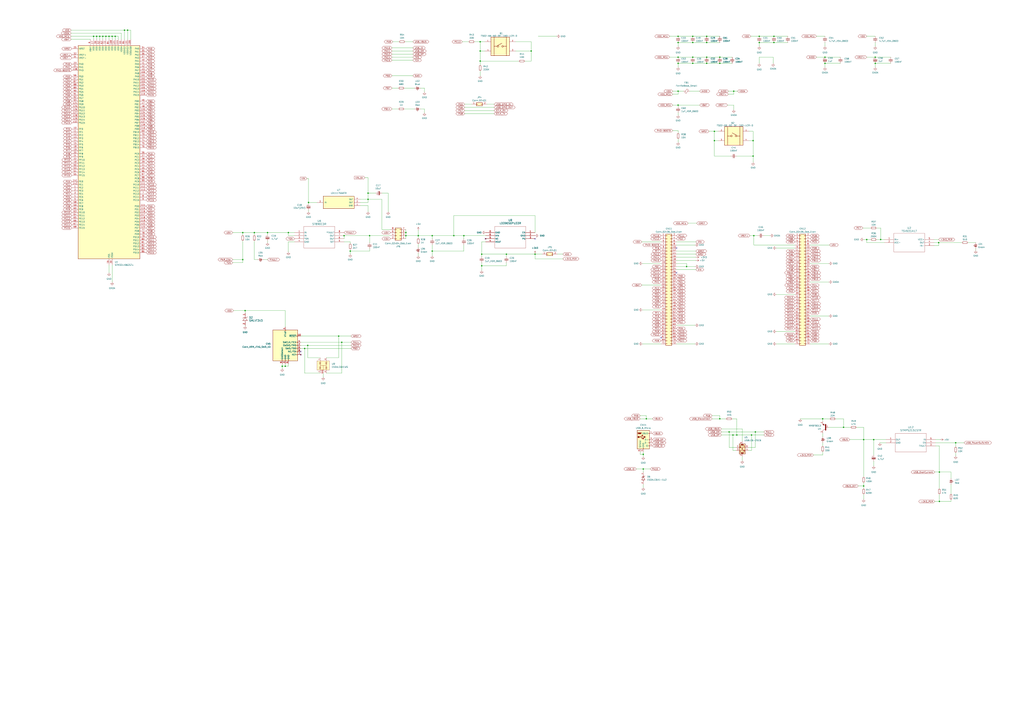
<source format=kicad_sch>
(kicad_sch (version 20231120) (generator "eeschema") (generator_version "8.0")
  (paper "A1")
  (lib_symbols
    (symbol "2025-01-04_16-17-05:TSV631AILT" (pin_names (offset 0.254))
      (property "Reference" "U" (at 20.32 10.16 0))
      (property "Value" "TSV631AILT" (at 20.32 7.62 0))
      (symbol "TSV631AILT_0_1"
        (pin input line (at 0 0 0) (length 7.62) (name "IN+") (number "1"))
        (pin power_in line (at 0 -2.54 0) (length 7.62) (name "VCC-") (number "2"))
        (pin input line (at 40.64 -5.08 180) (length 7.62) (name "IN-") (number "3"))
        (pin output line (at 40.64 -2.54 180) (length 7.62) (name "OUT") (number "4"))
        (pin power_in line (at 40.64 0 180) (length 7.62) (name "VCC+") (number "5"))
      )
    )
    (symbol "2025-01-04_16-51-05:STMPS2151STR" (pin_names (offset 0.254))
      (property "Reference" "U" (at 20.32 10.16 0))
      (property "Value" "STMPS2151STR" (at 20.32 7.62 0))
      (symbol "STMPS2151STR_0_1"
        (pin output line (at 0 0 0) (length 7.62) (name "OUT") (number "1"))
        (pin power_out line (at 0 -2.54 0) (length 7.62) (name "GND") (number "2"))
        (pin output line (at 40.64 -5.08 180) (length 7.62) (name "FAULT") (number "3"))
        (pin input line (at 40.64 -2.54 180) (length 7.62) (name "EN") (number "4"))
        (pin power_in line (at 40.64 0 180) (length 7.62) (name "IN") (number "5"))
      )
    )
    (symbol "2025-01-04_17-43-57:ST890CDR" (pin_names (offset 0.254))
      (property "Reference" "U" (at 20.32 10.16 0))
      (property "Value" "ST890CDR" (at 20.32 7.62 0))
      (symbol "ST890CDR_0_1"
        (pin input line (at 0 0 0) (length 7.62) (name "IN") (number "1"))
        (pin input line (at 0 -2.54 0) (length 7.62) (name "IN") (number "2"))
        (pin input line (at 0 -5.08 0) (length 7.62) (name "*ON") (number "3"))
        (pin power_in line (at 0 -7.62 0) (length 7.62) (name "GND") (number "4"))
        (pin input line (at 40.64 -7.62 180) (length 7.62) (name "SET") (number "5"))
        (pin output line (at 40.64 -5.08 180) (length 7.62) (name "OUT") (number "6"))
        (pin output line (at 40.64 -2.54 180) (length 7.62) (name "OUT") (number "7"))
        (pin output line (at 40.64 0 180) (length 7.62) (name "*FAULT") (number "8"))
      )
    )
    (symbol "2025-01-04_20-45-34:LD39050PU33R" (pin_names (offset 0.254))
      (property "Reference" "U8" (at 20.32 10.16 0))
      (property "Value" "LD39050PU33R" (at 20.32 7.62 0))
      (symbol "LD39050PU33R_0_1"
        (pin input line (at 0 0 0) (length 7.62) (name "EN") (number "1"))
        (pin power_in line (at 0 -2.54 0) (length 7.62) (name "GND") (number "2"))
        (pin power_in line (at 0 -5.08 0) (length 7.62) (name "PG") (number "3"))
        (pin output line (at 40.64 -7.62 180) (length 7.62) (name "VOUT") (number "4"))
        (pin no_connect line (at 40.64 -5.08 180) (length 7.62) (name "NC") (number "5"))
        (pin input line (at 40.64 -2.54 180) (length 7.62) (name "VIN") (number "6"))
      )
      (symbol "LD39050PU33R_1_1"
        (pin power_in line (at 40.64 0 180) (length 7.62) (name "GND") (number "0"))
      )
    )
    (symbol "2025-01-08_22-06-10:SMLVT3V3" (pin_names (offset 0.254))
      (property "Reference" "CR" (at 0 0 0))
      (property "Value" "SMLVT3V3" (at 0 0 0))
      (symbol "SMLVT3V3_0_1"
        (pin unspecified line (at 0 0 0) (length 2.54) (name "") (number "1"))
        (pin unspecified line (at 10.16 0 180) (length 2.54) (name "") (number "2"))
      )
    )
    (symbol "Connector:Conn_ARM_JTAG_SWD_10" (pin_names (offset 1.016))
      (property "Reference" "J1" (at -12.065 1.2701 0))
      (property "Value" "Conn_ARM_JTAG_SWD_10" (at -12.065 -1.2699 0))
      (symbol "Conn_ARM_JTAG_SWD_10_1_1"
        (pin power_in line (at 0 15.24 270) (length 2.54) (name "VTref") (number "1"))
        (pin open_collector line (at 12.7 7.62 180) (length 2.54) (name "~{RESET}") (number "10"))
        (pin bidirectional line (at 12.7 0 180) (length 2.54) (name "SWDIO/TMS") (number "2"))
        (pin power_in line (at 0 -15.24 90) (length 2.54) (name "GND") (number "3"))
        (pin output line (at 12.7 2.54 180) (length 2.54) (name "SWCLK/TCK") (number "4"))
        (pin power_in line (at 2.54 -15.24 90) (length 2.54) (name "GND") (number "5"))
        (pin input line (at 12.7 -2.54 180) (length 2.54) (name "SWO/TDO") (number "6"))
        (pin no_connect line (at -10.16 0 0) (length 2.54) hide (name "KEY") (number "7"))
        (pin no_connect line (at 12.7 -7.62 180) (length 2.54) (name "KEY") (number "7"))
        (pin output line (at 12.7 -5.08 180) (length 2.54) (name "NC/TDI") (number "8"))
        (pin passive line (at -2.54 -15.24 90) (length 2.54) (name "GNDDetect") (number "9"))
      )
    )
    (symbol "Connector:USB_B_Micro" (pin_names (offset 1.016))
      (property "Reference" "J" (at -5.08 11.43 0))
      (property "Value" "USB_B_Micro" (at -5.08 8.89 0))
      (symbol "USB_B_Micro_1_1"
        (pin power_out line (at 7.62 5.08 180) (length 2.54) (name "VBUS") (number "1"))
        (pin bidirectional line (at 7.62 -2.54 180) (length 2.54) (name "D-") (number "2"))
        (pin bidirectional line (at 7.62 0 180) (length 2.54) (name "D+") (number "3"))
        (pin passive line (at 7.62 -5.08 180) (length 2.54) (name "ID") (number "4"))
        (pin power_out line (at 0 -10.16 90) (length 2.54) (name "GND") (number "5"))
        (pin passive line (at -2.54 -10.16 90) (length 2.54) (name "Shield") (number "6"))
      )
    )
    (symbol "Connector_Generic:Conn_02x01" (pin_names (offset 1.016) hide)
      (property "Reference" "J" (at 1.27 2.54 0))
      (property "Value" "Conn_02x01" (at 1.27 -2.54 0))
      (symbol "Conn_02x01_1_1"
        (pin passive line (at -5.08 0 0) (length 3.81) (name "Pin_1") (number "1"))
        (pin passive line (at 7.62 0 180) (length 3.81) (name "Pin_2") (number "2"))
      )
    )
    (symbol "Connector_Generic:Conn_02x04_Odd_Even" (pin_names (offset 1.016) hide)
      (property "Reference" "J" (at 1.27 5.08 0))
      (property "Value" "Conn_02x04_Odd_Even" (at 1.27 -7.62 0))
      (symbol "Conn_02x04_Odd_Even_1_1"
        (pin passive line (at -5.08 2.54 0) (length 3.81) (name "Pin_1") (number "1"))
        (pin passive line (at 7.62 2.54 180) (length 3.81) (name "Pin_2") (number "2"))
        (pin passive line (at -5.08 0 0) (length 3.81) (name "Pin_3") (number "3"))
        (pin passive line (at 7.62 0 180) (length 3.81) (name "Pin_4") (number "4"))
        (pin passive line (at -5.08 -2.54 0) (length 3.81) (name "Pin_5") (number "5"))
        (pin passive line (at 7.62 -2.54 180) (length 3.81) (name "Pin_6") (number "6"))
        (pin passive line (at -5.08 -5.08 0) (length 3.81) (name "Pin_7") (number "7"))
        (pin passive line (at 7.62 -5.08 180) (length 3.81) (name "Pin_8") (number "8"))
      )
    )
    (symbol "Connector_Generic:Conn_02x36_Odd_Even" (pin_names (offset 1.016) hide)
      (property "Reference" "J" (at 1.27 45.72 0))
      (property "Value" "Conn_02x36_Odd_Even" (at 1.27 -48.26 0))
      (symbol "Conn_02x36_Odd_Even_1_1"
        (pin passive line (at -5.08 43.18 0) (length 3.81) (name "Pin_1") (number "1"))
        (pin passive line (at 7.62 33.02 180) (length 3.81) (name "Pin_10") (number "10"))
        (pin passive line (at -5.08 30.48 0) (length 3.81) (name "Pin_11") (number "11"))
        (pin passive line (at 7.62 30.48 180) (length 3.81) (name "Pin_12") (number "12"))
        (pin passive line (at -5.08 27.94 0) (length 3.81) (name "Pin_13") (number "13"))
        (pin passive line (at 7.62 27.94 180) (length 3.81) (name "Pin_14") (number "14"))
        (pin passive line (at -5.08 25.4 0) (length 3.81) (name "Pin_15") (number "15"))
        (pin passive line (at 7.62 25.4 180) (length 3.81) (name "Pin_16") (number "16"))
        (pin passive line (at -5.08 22.86 0) (length 3.81) (name "Pin_17") (number "17"))
        (pin passive line (at 7.62 22.86 180) (length 3.81) (name "Pin_18") (number "18"))
        (pin passive line (at -5.08 20.32 0) (length 3.81) (name "Pin_19") (number "19"))
        (pin passive line (at 7.62 43.18 180) (length 3.81) (name "Pin_2") (number "2"))
        (pin passive line (at 7.62 20.32 180) (length 3.81) (name "Pin_20") (number "20"))
        (pin passive line (at -5.08 17.78 0) (length 3.81) (name "Pin_21") (number "21"))
        (pin passive line (at 7.62 17.78 180) (length 3.81) (name "Pin_22") (number "22"))
        (pin passive line (at -5.08 15.24 0) (length 3.81) (name "Pin_23") (number "23"))
        (pin passive line (at 7.62 15.24 180) (length 3.81) (name "Pin_24") (number "24"))
        (pin passive line (at -5.08 12.7 0) (length 3.81) (name "Pin_25") (number "25"))
        (pin passive line (at 7.62 12.7 180) (length 3.81) (name "Pin_26") (number "26"))
        (pin passive line (at -5.08 10.16 0) (length 3.81) (name "Pin_27") (number "27"))
        (pin passive line (at 7.62 10.16 180) (length 3.81) (name "Pin_28") (number "28"))
        (pin passive line (at -5.08 7.62 0) (length 3.81) (name "Pin_29") (number "29"))
        (pin passive line (at -5.08 40.64 0) (length 3.81) (name "Pin_3") (number "3"))
        (pin passive line (at 7.62 7.62 180) (length 3.81) (name "Pin_30") (number "30"))
        (pin passive line (at -5.08 5.08 0) (length 3.81) (name "Pin_31") (number "31"))
        (pin passive line (at 7.62 5.08 180) (length 3.81) (name "Pin_32") (number "32"))
        (pin passive line (at -5.08 2.54 0) (length 3.81) (name "Pin_33") (number "33"))
        (pin passive line (at 7.62 2.54 180) (length 3.81) (name "Pin_34") (number "34"))
        (pin passive line (at -5.08 0 0) (length 3.81) (name "Pin_35") (number "35"))
        (pin passive line (at 7.62 0 180) (length 3.81) (name "Pin_36") (number "36"))
        (pin passive line (at -5.08 -2.54 0) (length 3.81) (name "Pin_37") (number "37"))
        (pin passive line (at 7.62 -2.54 180) (length 3.81) (name "Pin_38") (number "38"))
        (pin passive line (at -5.08 -5.08 0) (length 3.81) (name "Pin_39") (number "39"))
        (pin passive line (at 7.62 40.64 180) (length 3.81) (name "Pin_4") (number "4"))
        (pin passive line (at 7.62 -5.08 180) (length 3.81) (name "Pin_40") (number "40"))
        (pin passive line (at -5.08 -7.62 0) (length 3.81) (name "Pin_41") (number "41"))
        (pin passive line (at 7.62 -7.62 180) (length 3.81) (name "Pin_42") (number "42"))
        (pin passive line (at -5.08 -10.16 0) (length 3.81) (name "Pin_43") (number "43"))
        (pin passive line (at 7.62 -10.16 180) (length 3.81) (name "Pin_44") (number "44"))
        (pin passive line (at -5.08 -12.7 0) (length 3.81) (name "Pin_45") (number "45"))
        (pin passive line (at 7.62 -12.7 180) (length 3.81) (name "Pin_46") (number "46"))
        (pin passive line (at -5.08 -15.24 0) (length 3.81) (name "Pin_47") (number "47"))
        (pin passive line (at 7.62 -15.24 180) (length 3.81) (name "Pin_48") (number "48"))
        (pin passive line (at -5.08 -17.78 0) (length 3.81) (name "Pin_49") (number "49"))
        (pin passive line (at -5.08 38.1 0) (length 3.81) (name "Pin_5") (number "5"))
        (pin passive line (at 7.62 -17.78 180) (length 3.81) (name "Pin_50") (number "50"))
        (pin passive line (at -5.08 -20.32 0) (length 3.81) (name "Pin_51") (number "51"))
        (pin passive line (at 7.62 -20.32 180) (length 3.81) (name "Pin_52") (number "52"))
        (pin passive line (at -5.08 -22.86 0) (length 3.81) (name "Pin_53") (number "53"))
        (pin passive line (at 7.62 -22.86 180) (length 3.81) (name "Pin_54") (number "54"))
        (pin passive line (at -5.08 -25.4 0) (length 3.81) (name "Pin_55") (number "55"))
        (pin passive line (at 7.62 -25.4 180) (length 3.81) (name "Pin_56") (number "56"))
        (pin passive line (at -5.08 -27.94 0) (length 3.81) (name "Pin_57") (number "57"))
        (pin passive line (at 7.62 -27.94 180) (length 3.81) (name "Pin_58") (number "58"))
        (pin passive line (at -5.08 -30.48 0) (length 3.81) (name "Pin_59") (number "59"))
        (pin passive line (at 7.62 38.1 180) (length 3.81) (name "Pin_6") (number "6"))
        (pin passive line (at 7.62 -30.48 180) (length 3.81) (name "Pin_60") (number "60"))
        (pin passive line (at -5.08 -33.02 0) (length 3.81) (name "Pin_61") (number "61"))
        (pin passive line (at 7.62 -33.02 180) (length 3.81) (name "Pin_62") (number "62"))
        (pin passive line (at -5.08 -35.56 0) (length 3.81) (name "Pin_63") (number "63"))
        (pin passive line (at 7.62 -35.56 180) (length 3.81) (name "Pin_64") (number "64"))
        (pin passive line (at -5.08 -38.1 0) (length 3.81) (name "Pin_65") (number "65"))
        (pin passive line (at 7.62 -38.1 180) (length 3.81) (name "Pin_66") (number "66"))
        (pin passive line (at -5.08 -40.64 0) (length 3.81) (name "Pin_67") (number "67"))
        (pin passive line (at 7.62 -40.64 180) (length 3.81) (name "Pin_68") (number "68"))
        (pin passive line (at -5.08 -43.18 0) (length 3.81) (name "Pin_69") (number "69"))
        (pin passive line (at -5.08 35.56 0) (length 3.81) (name "Pin_7") (number "7"))
        (pin passive line (at 7.62 -43.18 180) (length 3.81) (name "Pin_70") (number "70"))
        (pin passive line (at -5.08 -45.72 0) (length 3.81) (name "Pin_71") (number "71"))
        (pin passive line (at 7.62 -45.72 180) (length 3.81) (name "Pin_72") (number "72"))
        (pin passive line (at 7.62 35.56 180) (length 3.81) (name "Pin_8") (number "8"))
        (pin passive line (at -5.08 33.02 0) (length 3.81) (name "Pin_9") (number "9"))
      )
    )
    (symbol "Device:C_Polarized_Small" (pin_numbers hide) (pin_names (offset 0.254) hide)
      (property "Reference" "C" (at 0.254 1.778 0))
      (property "Value" "C_Polarized_Small" (at 0.254 -2.032 0))
      (symbol "C_Polarized_Small_1_1"
        (pin passive line (at 0 2.54 270) (length 1.8542) (name "~") (number "1"))
        (pin passive line (at 0 -2.54 90) (length 1.8542) (name "~") (number "2"))
      )
    )
    (symbol "Device:C_Small" (pin_numbers hide) (pin_names (offset 0.254) hide)
      (property "Reference" "C" (at 0.254 1.778 0))
      (property "Value" "C_Small" (at 0.254 -2.032 0))
      (symbol "C_Small_1_1"
        (pin passive line (at 0 2.54 270) (length 2.032) (name "~") (number "1"))
        (pin passive line (at 0 -2.54 90) (length 2.032) (name "~") (number "2"))
      )
    )
    (symbol "Device:FerriteBead_Small" (pin_numbers hide) (pin_names (offset 0))
      (property "Reference" "FB" (at 1.905 1.27 0))
      (property "Value" "FerriteBead_Small" (at 1.905 -1.27 0))
      (symbol "FerriteBead_Small_1_1"
        (pin passive line (at 0 2.54 270) (length 1.27) (name "~") (number "1"))
        (pin passive line (at 0 -2.54 90) (length 1.27) (name "~") (number "2"))
      )
    )
    (symbol "Device:LED_Small" (pin_numbers hide) (pin_names (offset 0.254) hide)
      (property "Reference" "D" (at -1.27 3.175 0))
      (property "Value" "LED_Small" (at -4.445 -2.54 0))
      (symbol "LED_Small_1_1"
        (pin passive line (at -2.54 0 0) (length 1.778) (name "K") (number "1"))
        (pin passive line (at 2.54 0 180) (length 1.778) (name "A") (number "2"))
      )
    )
    (symbol "Device:R_Small" (pin_numbers hide) (pin_names (offset 0.254) hide)
      (property "Reference" "R" (at 0.762 0.508 0))
      (property "Value" "R_Small" (at 0.762 -1.016 0))
      (symbol "R_Small_1_1"
        (pin passive line (at 0 2.54 270) (length 0.762) (name "~") (number "1"))
        (pin passive line (at 0 -2.54 90) (length 0.762) (name "~") (number "2"))
      )
    )
    (symbol "ESDALC6V1-1U2:ESDALC6V1-1U2" (pin_names (offset 1.016))
      (property "Reference" "D" (at -5.08 2.54 0))
      (property "Value" "ESDALC6V1-1U2" (at -5.08 -3.81 0))
      (symbol "ESDALC6V1-1U2_0_0"
        (pin passive line (at 5.08 0 180) (length 2.54) (name "~") (number "1"))
        (pin passive line (at -5.08 0 0) (length 2.54) (name "~") (number "2"))
      )
    )
    (symbol "ESDALC6V1W5:ESDALC6V1W5" (pin_names (offset 1.016))
      (property "Reference" "U" (at -5.08 5.842 0))
      (property "Value" "ESDALC6V1W5" (at -5.08 -7.62 0))
      (symbol "ESDALC6V1W5_0_0"
        (pin bidirectional line (at -7.62 2.54 0) (length 2.54) (name "~") (number "1"))
        (pin bidirectional line (at -7.62 -2.54 0) (length 2.54) (name "~") (number "2"))
        (pin bidirectional line (at 5.08 -2.54 180) (length 2.54) (name "~") (number "3"))
        (pin bidirectional line (at 5.08 2.54 180) (length 2.54) (name "~") (number "4"))
        (pin power_in line (at -7.62 0 0) (length 2.54) (name "~") (number "GND"))
      )
    )
    (symbol "LD1117S50TR:LD1117S50TR" (pin_names (offset 1.016))
      (property "Reference" "U7" (at 0 10.16 0))
      (property "Value" "LD1117S50TR" (at 0 7.62 0))
      (symbol "LD1117S50TR_0_0"
        (pin power_in line (at 17.78 -2.54 180) (length 5.08) (name "GND") (number "1"))
        (pin output line (at 17.78 0 180) (length 5.08) (name "OUT") (number "2"))
        (pin input line (at -17.78 0 0) (length 5.08) (name "IN") (number "3"))
        (pin output line (at 17.78 2.54 180) (length 5.08) (name "OUT") (number "4"))
      )
    )
    (symbol "MCU_ST_STM32L4:STM32L496ZGTx"
      (property "Reference" "U" (at -25.4 90.17 0))
      (property "Value" "STM32L496ZGTx" (at 20.32 90.17 0))
      (symbol "STM32L496ZGTx_1_1"
        (pin bidirectional line (at -30.48 -27.94 0) (length 5.08) (name "PE2") (number "1"))
        (pin bidirectional line (at -30.48 20.32 0) (length 5.08) (name "PF0") (number "10"))
        (pin bidirectional line (at 30.48 66.04 180) (length 5.08) (name "PA8") (number "100"))
        (pin bidirectional line (at 30.48 63.5 180) (length 5.08) (name "PA9") (number "101"))
        (pin bidirectional line (at 30.48 60.96 180) (length 5.08) (name "PA10") (number "102"))
        (pin bidirectional line (at 30.48 58.42 180) (length 5.08) (name "PA11") (number "103"))
        (pin bidirectional line (at 30.48 55.88 180) (length 5.08) (name "PA12") (number "104"))
        (pin bidirectional line (at 30.48 53.34 180) (length 5.08) (name "PA13") (number "105"))
        (pin power_in line (at 17.78 93.98 270) (length 5.08) (name "VDDUSB") (number "106"))
        (pin passive line (at 0 -91.44 90) (length 5.08) hide (name "VSS") (number "107"))
        (pin power_in line (at 2.54 93.98 270) (length 5.08) (name "VDD") (number "108"))
        (pin bidirectional line (at 30.48 50.8 180) (length 5.08) (name "PA14") (number "109"))
        (pin bidirectional line (at -30.48 17.78 0) (length 5.08) (name "PF1") (number "11"))
        (pin bidirectional line (at 30.48 48.26 180) (length 5.08) (name "PA15") (number "110"))
        (pin bidirectional line (at 30.48 -25.4 180) (length 5.08) (name "PC10") (number "111"))
        (pin bidirectional line (at 30.48 -27.94 180) (length 5.08) (name "PC11") (number "112"))
        (pin bidirectional line (at 30.48 -30.48 180) (length 5.08) (name "PC12") (number "113"))
        (pin bidirectional line (at 30.48 -43.18 180) (length 5.08) (name "PD0") (number "114"))
        (pin bidirectional line (at 30.48 -45.72 180) (length 5.08) (name "PD1") (number "115"))
        (pin bidirectional line (at 30.48 -48.26 180) (length 5.08) (name "PD2") (number "116"))
        (pin bidirectional line (at 30.48 -50.8 180) (length 5.08) (name "PD3") (number "117"))
        (pin bidirectional line (at 30.48 -53.34 180) (length 5.08) (name "PD4") (number "118"))
        (pin bidirectional line (at 30.48 -55.88 180) (length 5.08) (name "PD5") (number "119"))
        (pin bidirectional line (at -30.48 15.24 0) (length 5.08) (name "PF2") (number "12"))
        (pin passive line (at 0 -91.44 90) (length 5.08) hide (name "VSS") (number "120"))
        (pin power_in line (at 5.08 93.98 270) (length 5.08) (name "VDD") (number "121"))
        (pin bidirectional line (at 30.48 -58.42 180) (length 5.08) (name "PD6") (number "122"))
        (pin bidirectional line (at 30.48 -60.96 180) (length 5.08) (name "PD7") (number "123"))
        (pin bidirectional line (at -30.48 40.64 0) (length 5.08) (name "PG9") (number "124"))
        (pin bidirectional line (at -30.48 38.1 0) (length 5.08) (name "PG10") (number "125"))
        (pin bidirectional line (at -30.48 35.56 0) (length 5.08) (name "PG11") (number "126"))
        (pin bidirectional line (at -30.48 33.02 0) (length 5.08) (name "PG12") (number "127"))
        (pin bidirectional line (at -30.48 30.48 0) (length 5.08) (name "PG13") (number "128"))
        (pin bidirectional line (at -30.48 27.94 0) (length 5.08) (name "PG14") (number "129"))
        (pin bidirectional line (at -30.48 12.7 0) (length 5.08) (name "PF3") (number "13"))
        (pin passive line (at 0 -91.44 90) (length 5.08) hide (name "VSS") (number "130"))
        (pin power_in line (at 15.24 93.98 270) (length 5.08) (name "VDDIO2") (number "131"))
        (pin bidirectional line (at -30.48 25.4 0) (length 5.08) (name "PG15") (number "132"))
        (pin bidirectional line (at 30.48 35.56 180) (length 5.08) (name "PB3") (number "133"))
        (pin bidirectional line (at 30.48 33.02 180) (length 5.08) (name "PB4") (number "134"))
        (pin bidirectional line (at 30.48 30.48 180) (length 5.08) (name "PB5") (number "135"))
        (pin bidirectional line (at 30.48 27.94 180) (length 5.08) (name "PB6") (number "136"))
        (pin bidirectional line (at 30.48 25.4 180) (length 5.08) (name "PB7") (number "137"))
        (pin bidirectional line (at -30.48 68.58 0) (length 5.08) (name "PH3") (number "138"))
        (pin bidirectional line (at 30.48 22.86 180) (length 5.08) (name "PB8") (number "139"))
        (pin bidirectional line (at -30.48 10.16 0) (length 5.08) (name "PF4") (number "14"))
        (pin bidirectional line (at 30.48 20.32 180) (length 5.08) (name "PB9") (number "140"))
        (pin bidirectional line (at -30.48 -22.86 0) (length 5.08) (name "PE0") (number "141"))
        (pin bidirectional line (at -30.48 -25.4 0) (length 5.08) (name "PE1") (number "142"))
        (pin passive line (at 0 -91.44 90) (length 5.08) hide (name "VSS") (number "143"))
        (pin power_in line (at 7.62 93.98 270) (length 5.08) (name "VDD") (number "144"))
        (pin bidirectional line (at -30.48 7.62 0) (length 5.08) (name "PF5") (number "15"))
        (pin power_in line (at 0 -91.44 90) (length 5.08) (name "VSS") (number "16"))
        (pin power_in line (at -12.7 93.98 270) (length 5.08) (name "VDD") (number "17"))
        (pin bidirectional line (at -30.48 5.08 0) (length 5.08) (name "PF6") (number "18"))
        (pin bidirectional line (at -30.48 2.54 0) (length 5.08) (name "PF7") (number "19"))
        (pin bidirectional line (at -30.48 -30.48 0) (length 5.08) (name "PE3") (number "2"))
        (pin bidirectional line (at -30.48 0 0) (length 5.08) (name "PF8") (number "20"))
        (pin bidirectional line (at -30.48 -2.54 0) (length 5.08) (name "PF9") (number "21"))
        (pin bidirectional line (at -30.48 -5.08 0) (length 5.08) (name "PF10") (number "22"))
        (pin bidirectional line (at -30.48 73.66 0) (length 5.08) (name "PH0") (number "23"))
        (pin bidirectional line (at -30.48 71.12 0) (length 5.08) (name "PH1") (number "24"))
        (pin input line (at -30.48 86.36 0) (length 5.08) (name "NRST") (number "25"))
        (pin bidirectional line (at 30.48 0 180) (length 5.08) (name "PC0") (number "26"))
        (pin bidirectional line (at 30.48 -2.54 180) (length 5.08) (name "PC1") (number "27"))
        (pin bidirectional line (at 30.48 -5.08 180) (length 5.08) (name "PC2") (number "28"))
        (pin bidirectional line (at 30.48 -7.62 180) (length 5.08) (name "PC3") (number "29"))
        (pin bidirectional line (at -30.48 -33.02 0) (length 5.08) (name "PE4") (number "3"))
        (pin power_in line (at 2.54 -91.44 90) (length 5.08) (name "VSSA") (number "30"))
        (pin input line (at -30.48 78.74 0) (length 5.08) (name "VREF-") (number "31"))
        (pin input line (at -30.48 81.28 0) (length 5.08) (name "VREF+") (number "32"))
        (pin power_in line (at 10.16 93.98 270) (length 5.08) (name "VDDA") (number "33"))
        (pin bidirectional line (at 30.48 86.36 180) (length 5.08) (name "PA0") (number "34"))
        (pin bidirectional line (at 30.48 83.82 180) (length 5.08) (name "PA1") (number "35"))
        (pin bidirectional line (at 30.48 81.28 180) (length 5.08) (name "PA2") (number "36"))
        (pin bidirectional line (at 30.48 78.74 180) (length 5.08) (name "PA3") (number "37"))
        (pin passive line (at 0 -91.44 90) (length 5.08) hide (name "VSS") (number "38"))
        (pin power_in line (at -10.16 93.98 270) (length 5.08) (name "VDD") (number "39"))
        (pin bidirectional line (at -30.48 -35.56 0) (length 5.08) (name "PE5") (number "4"))
        (pin bidirectional line (at 30.48 76.2 180) (length 5.08) (name "PA4") (number "40"))
        (pin bidirectional line (at 30.48 73.66 180) (length 5.08) (name "PA5") (number "41"))
        (pin bidirectional line (at 30.48 71.12 180) (length 5.08) (name "PA6") (number "42"))
        (pin bidirectional line (at 30.48 68.58 180) (length 5.08) (name "PA7") (number "43"))
        (pin bidirectional line (at 30.48 -10.16 180) (length 5.08) (name "PC4") (number "44"))
        (pin bidirectional line (at 30.48 -12.7 180) (length 5.08) (name "PC5") (number "45"))
        (pin bidirectional line (at 30.48 43.18 180) (length 5.08) (name "PB0") (number "46"))
        (pin bidirectional line (at 30.48 40.64 180) (length 5.08) (name "PB1") (number "47"))
        (pin bidirectional line (at 30.48 38.1 180) (length 5.08) (name "PB2") (number "48"))
        (pin bidirectional line (at -30.48 -7.62 0) (length 5.08) (name "PF11") (number "49"))
        (pin bidirectional line (at -30.48 -38.1 0) (length 5.08) (name "PE6") (number "5"))
        (pin bidirectional line (at -30.48 -10.16 0) (length 5.08) (name "PF12") (number "50"))
        (pin passive line (at 0 -91.44 90) (length 5.08) hide (name "VSS") (number "51"))
        (pin power_in line (at -7.62 93.98 270) (length 5.08) (name "VDD") (number "52"))
        (pin bidirectional line (at -30.48 -12.7 0) (length 5.08) (name "PF13") (number "53"))
        (pin bidirectional line (at -30.48 -15.24 0) (length 5.08) (name "PF14") (number "54"))
        (pin bidirectional line (at -30.48 -17.78 0) (length 5.08) (name "PF15") (number "55"))
        (pin bidirectional line (at -30.48 63.5 0) (length 5.08) (name "PG0") (number "56"))
        (pin bidirectional line (at -30.48 60.96 0) (length 5.08) (name "PG1") (number "57"))
        (pin bidirectional line (at -30.48 -40.64 0) (length 5.08) (name "PE7") (number "58"))
        (pin bidirectional line (at -30.48 -43.18 0) (length 5.08) (name "PE8") (number "59"))
        (pin power_in line (at -15.24 93.98 270) (length 5.08) (name "VBAT") (number "6"))
        (pin bidirectional line (at -30.48 -45.72 0) (length 5.08) (name "PE9") (number "60"))
        (pin passive line (at 0 -91.44 90) (length 5.08) hide (name "VSS") (number "61"))
        (pin power_in line (at -5.08 93.98 270) (length 5.08) (name "VDD") (number "62"))
        (pin bidirectional line (at -30.48 -48.26 0) (length 5.08) (name "PE10") (number "63"))
        (pin bidirectional line (at -30.48 -50.8 0) (length 5.08) (name "PE11") (number "64"))
        (pin bidirectional line (at -30.48 -53.34 0) (length 5.08) (name "PE12") (number "65"))
        (pin bidirectional line (at -30.48 -55.88 0) (length 5.08) (name "PE13") (number "66"))
        (pin bidirectional line (at -30.48 -58.42 0) (length 5.08) (name "PE14") (number "67"))
        (pin bidirectional line (at -30.48 -60.96 0) (length 5.08) (name "PE15") (number "68"))
        (pin bidirectional line (at 30.48 17.78 180) (length 5.08) (name "PB10") (number "69"))
        (pin bidirectional line (at 30.48 -33.02 180) (length 5.08) (name "PC13") (number "7"))
        (pin bidirectional line (at 30.48 15.24 180) (length 5.08) (name "PB11") (number "70"))
        (pin passive line (at 0 -91.44 90) (length 5.08) hide (name "VSS") (number "71"))
        (pin power_in line (at -2.54 93.98 270) (length 5.08) (name "VDD") (number "72"))
        (pin bidirectional line (at 30.48 12.7 180) (length 5.08) (name "PB12") (number "73"))
        (pin bidirectional line (at 30.48 10.16 180) (length 5.08) (name "PB13") (number "74"))
        (pin bidirectional line (at 30.48 7.62 180) (length 5.08) (name "PB14") (number "75"))
        (pin bidirectional line (at 30.48 5.08 180) (length 5.08) (name "PB15") (number "76"))
        (pin bidirectional line (at 30.48 -63.5 180) (length 5.08) (name "PD8") (number "77"))
        (pin bidirectional line (at 30.48 -66.04 180) (length 5.08) (name "PD9") (number "78"))
        (pin bidirectional line (at 30.48 -68.58 180) (length 5.08) (name "PD10") (number "79"))
        (pin bidirectional line (at 30.48 -35.56 180) (length 5.08) (name "PC14") (number "8"))
        (pin bidirectional line (at 30.48 -71.12 180) (length 5.08) (name "PD11") (number "80"))
        (pin bidirectional line (at 30.48 -73.66 180) (length 5.08) (name "PD12") (number "81"))
        (pin bidirectional line (at 30.48 -76.2 180) (length 5.08) (name "PD13") (number "82"))
        (pin passive line (at 0 -91.44 90) (length 5.08) hide (name "VSS") (number "83"))
        (pin power_in line (at 0 93.98 270) (length 5.08) (name "VDD") (number "84"))
        (pin bidirectional line (at 30.48 -78.74 180) (length 5.08) (name "PD14") (number "85"))
        (pin bidirectional line (at 30.48 -81.28 180) (length 5.08) (name "PD15") (number "86"))
        (pin bidirectional line (at -30.48 58.42 0) (length 5.08) (name "PG2") (number "87"))
        (pin bidirectional line (at -30.48 55.88 0) (length 5.08) (name "PG3") (number "88"))
        (pin bidirectional line (at -30.48 53.34 0) (length 5.08) (name "PG4") (number "89"))
        (pin bidirectional line (at 30.48 -38.1 180) (length 5.08) (name "PC15") (number "9"))
        (pin bidirectional line (at -30.48 50.8 0) (length 5.08) (name "PG5") (number "90"))
        (pin bidirectional line (at -30.48 48.26 0) (length 5.08) (name "PG6") (number "91"))
        (pin bidirectional line (at -30.48 45.72 0) (length 5.08) (name "PG7") (number "92"))
        (pin bidirectional line (at -30.48 43.18 0) (length 5.08) (name "PG8") (number "93"))
        (pin passive line (at 0 -91.44 90) (length 5.08) hide (name "VSS") (number "94"))
        (pin power_in line (at 12.7 93.98 270) (length 5.08) (name "VDDIO2") (number "95"))
        (pin bidirectional line (at 30.48 -15.24 180) (length 5.08) (name "PC6") (number "96"))
        (pin bidirectional line (at 30.48 -17.78 180) (length 5.08) (name "PC7") (number "97"))
        (pin bidirectional line (at 30.48 -20.32 180) (length 5.08) (name "PC8") (number "98"))
        (pin bidirectional line (at 30.48 -22.86 180) (length 5.08) (name "PC9") (number "99"))
      )
    )
    (symbol "MMBT9013:MMBT9013" (pin_names (offset 1.016))
      (property "Reference" "U4" (at 3.81 1.2701 0))
      (symbol "MMBT9013_0_0"
        (pin passive line (at 2.54 -5.08 90) (length 2.54) (name "~") (number "2"))
      )
      (symbol "MMBT9013_1_0"
        (pin passive line (at -2.54 0 0) (length 2.54) (name "~") (number "1"))
        (pin passive line (at 2.54 5.08 270) (length 2.54) (name "~") (number "3"))
      )
    )
    (symbol "Power_Protection:USBLC6-2SC6" (pin_names hide)
      (property "Reference" "U" (at 0.635 5.715 0))
      (property "Value" "USBLC6-2SC6" (at 0.635 3.81 0))
      (symbol "USBLC6-2SC6_1_1"
        (pin passive line (at -5.08 0 0) (length 2.54) (name "I/O1") (number "1"))
        (pin passive line (at 0 -7.62 90) (length 2.54) (name "GND") (number "2"))
        (pin passive line (at -5.08 -2.54 0) (length 2.54) (name "I/O2") (number "3"))
        (pin passive line (at 5.08 -2.54 180) (length 2.54) (name "I/O2") (number "4"))
        (pin passive line (at 0 5.08 270) (length 2.54) (name "VBUS") (number "5"))
        (pin passive line (at 5.08 0 180) (length 2.54) (name "I/O1") (number "6"))
      )
    )
    (symbol "TS02-66-60-BK-160-LCR-D:TS02-66-60-BK-160-LCR-D" (pin_names (offset 1.016))
      (property "Reference" "S1" (at 1.778 13.208 0))
      (property "Value" "TS02-66-60-BK-160-LCR-D" (at 3.556 11.176 0))
      (symbol "TS02-66-60-BK-160-LCR-D_1_0"
        (pin passive line (at 15.24 6.35 180) (length 5.08) (name "~") (number "1"))
        (pin passive line (at -10.16 6.35 0) (length 5.08) (name "~") (number "2"))
        (pin passive line (at -10.16 -1.27 0) (length 5.08) (name "~") (number "3"))
        (pin passive line (at 15.24 -1.27 180) (length 5.08) (name "~") (number "4"))
      )
    )
    (symbol "power:+3V3" (power) (pin_numbers hide) (pin_names (offset 0) hide)
      (property "Value" "+3V3" (at 0 3.556 0))
      (symbol "+3V3_1_1"
        (pin power_in line (at 0 0 90) (length 0) (name "~") (number "1"))
      )
    )
    (symbol "power:+5V" (power) (pin_numbers hide) (pin_names (offset 0) hide)
      (property "Value" "+5V" (at 0 3.556 0))
      (symbol "+5V_1_1"
        (pin power_in line (at 0 0 90) (length 0) (name "~") (number "1"))
      )
    )
    (symbol "power:GND" (power) (pin_numbers hide) (pin_names (offset 0) hide)
      (property "Value" "GND" (at 0 -3.81 0))
      (symbol "GND_1_1"
        (pin power_in line (at 0 0 270) (length 0) (name "~") (number "1"))
      )
    )
    (symbol "power:GNDA" (power) (pin_numbers hide) (pin_names (offset 0) hide)
      (property "Value" "GNDA" (at 0 -3.81 0))
      (symbol "GNDA_1_1"
        (pin power_in line (at 0 0 270) (length 0) (name "~") (number "1"))
      )
    )
  )
  (junction (at 580.39 52.07))
  (junction (at 784.86 363.855))
  (junction (at 199.39 213.36))
  (junction (at 104.775 24.765))
  (junction (at 354.965 193.675))
  (junction (at 568.96 46.99))
  (junction (at 623.57 29.845))
  (junction (at 236.855 191.135))
  (junction (at 568.96 29.845))
  (junction (at 635.635 29.845))
  (junction (at 771.525 387.985))
  (junction (at 709.295 361.315))
  (junction (at 718.82 46.99))
  (junction (at 580.39 34.925))
  (junction (at 84.455 29.845))
  (junction (at 586.74 115.57))
  (junction (at 79.375 29.845))
  (junction (at 395.605 208.915))
  (junction (at 436.245 41.91))
  (junction (at 618.49 115.57))
  (junction (at 302.26 163.83))
  (junction (at 770.89 199.39))
  (junction (at 354.965 206.375))
  (junction (at 711.835 196.85))
  (junction (at 677.545 46.99))
  (junction (at 556.895 34.925))
  (junction (at 394.335 50.165))
  (junction (at 394.335 34.29))
  (junction (at 771.525 412.115))
  (junction (at 201.295 255.27))
  (junction (at 677.545 52.07))
  (junction (at 94.615 29.845))
  (junction (at 563.88 219.075))
  (junction (at 234.315 300.99))
  (junction (at 568.96 34.925))
  (junction (at 231.775 300.99))
  (junction (at 303.53 193.675))
  (junction (at 556.895 29.845))
  (junction (at 302.26 158.75))
  (junction (at 372.745 193.675))
  (junction (at 580.39 46.99))
  (junction (at 591.185 52.07))
  (junction (at 619.125 193.675))
  (junction (at 723.265 196.85))
  (junction (at 556.895 74.93))
  (junction (at 102.235 24.765))
  (junction (at 395.605 218.44))
  (junction (at 528.32 385.445))
  (junction (at 601.98 357.505))
  (junction (at 208.915 191.135))
  (junction (at 333.375 191.135))
  (junction (at 219.71 191.135))
  (junction (at 394.335 41.91))
  (junction (at 252.73 283.845))
  (junction (at 617.22 357.505))
  (junction (at 718.82 52.07))
  (junction (at 250.19 286.385))
  (junction (at 343.535 193.675))
  (junction (at 556.895 86.36))
  (junction (at 556.895 52.07))
  (junction (at 439.42 208.915))
  (junction (at 717.55 361.315))
  (junction (at 199.39 191.135))
  (junction (at 605.155 357.505))
  (junction (at 591.185 344.17))
  (junction (at 381 193.675))
  (junction (at 598.805 354.965))
  (junction (at 282.575 193.675))
  (junction (at 81.915 29.845))
  (junction (at 86.995 29.845))
  (junction (at 618.49 128.27))
  (junction (at 333.375 193.675))
  (junction (at 692.785 351.155))
  (junction (at 602.615 74.93))
  (junction (at 280.67 281.305))
  (junction (at 620.395 354.965))
  (junction (at 530.86 344.17))
  (junction (at 675.64 344.17))
  (junction (at 580.39 29.845))
  (junction (at 709.295 399.415))
  (junction (at 278.13 276.225))
  (junction (at 92.075 29.845))
  (junction (at 76.835 29.845))
  (junction (at 586.74 107.95))
  (junction (at 623.57 34.925))
  (junction (at 253.365 166.37))
  (junction (at 591.185 46.99))
  (junction (at 287.655 206.375))
  (junction (at 528.32 373.38))
  (junction (at 415.925 208.915))
  (junction (at 89.535 29.845))
  (junction (at 635.635 34.925))
  (junction (at 556.895 46.99))
  (junction (at 568.96 52.07))
  (no_connect (at 247.015 291.465))
  (no_connect (at 542.925 277.495))
  (no_connect (at 555.625 224.155))
  (no_connect (at 247.015 288.925))
  (no_connect (at 398.78 196.215))
  (no_connect (at 555.625 203.835))
  (no_connect (at 439.42 196.215))
  (wire (pts (xy 525.78 344.17) (xy 530.86 344.17)))
  (wire (pts (xy 556.895 107.315) (xy 556.895 109.22)))
  (wire (pts (xy 709.295 399.415) (xy 709.295 396.875)))
  (wire (pts (xy 219.71 213.36) (xy 216.535 213.36)))
  (wire (pts (xy 591.185 52.07) (xy 601.345 52.07)))
  (wire (pts (xy 423.545 41.91) (xy 436.245 41.91)))
  (wire (pts (xy 601.345 344.17) (xy 605.155 344.17)))
  (wire (pts (xy 784.86 374.65) (xy 784.86 372.11)))
  (wire (pts (xy 711.835 196.85) (xy 715.01 196.85)))
  (wire (pts (xy 767.715 412.115) (xy 771.525 412.115)))
  (wire (pts (xy 527.05 234.315) (xy 542.925 234.315)))
  (wire (pts (xy 299.72 146.05) (xy 302.26 146.05)))
  (wire (pts (xy 288.29 281.305) (xy 280.67 281.305)))
  (wire (pts (xy 262.89 306.705) (xy 250.19 306.705)))
  (wire (pts (xy 665.48 259.715) (xy 680.72 259.715)))
  (wire (pts (xy 381.635 88.265) (xy 405.765 88.265)))
  (wire (pts (xy 333.375 193.675) (xy 343.535 193.675)))
  (wire (pts (xy 675.64 344.17) (xy 681.355 344.17)))
  (wire (pts (xy 771.525 412.115) (xy 771.525 406.4)))
  (wire (pts (xy 723.265 196.85) (xy 726.44 196.85)))
  (wire (pts (xy 580.39 34.925) (xy 591.185 34.925)))
  (wire (pts (xy 94.615 29.845) (xy 97.155 29.845)))
  (wire (pts (xy 552.45 86.36) (xy 556.895 86.36)))
  (wire (pts (xy 566.42 74.93) (xy 574.675 74.93)))
  (wire (pts (xy 709.295 196.85) (xy 711.835 196.85)))
  (wire (pts (xy 199.39 191.135) (xy 199.39 193.04)))
  (wire (pts (xy 199.39 215.9) (xy 199.39 213.36)))
  (wire (pts (xy 555.625 208.915) (xy 571.5 208.915)))
  (wire (pts (xy 343.535 193.675) (xy 354.965 193.675)))
  (wire (pts (xy 441.96 29.845) (xy 457.2 29.845)))
  (wire (pts (xy 530.86 341.63) (xy 530.86 344.17)))
  (wire (pts (xy 384.81 34.29) (xy 379.73 34.29)))
  (wire (pts (xy 530.86 344.17) (xy 535.94 344.17)))
  (wire (pts (xy 601.98 357.505) (xy 601.98 370.205)))
  (wire (pts (xy 201.295 267.335) (xy 201.295 267.97)))
  (wire (pts (xy 620.395 354.965) (xy 598.805 354.965)))
  (wire (pts (xy 623.57 38.1) (xy 623.57 34.925)))
  (wire (pts (xy 231.775 302.895) (xy 231.775 300.99)))
  (wire (pts (xy 354.965 196.215) (xy 354.965 193.675)))
  (wire (pts (xy 528.32 375.285) (xy 528.32 373.38)))
  (wire (pts (xy 556.895 77.47) (xy 556.895 74.93)))
  (wire (pts (xy 89.535 32.385) (xy 89.535 29.845)))
  (wire (pts (xy 570.865 267.335) (xy 555.625 267.335)))
  (wire (pts (xy 415.925 210.82) (xy 415.925 208.915)))
  (wire (pts (xy 605.155 357.505) (xy 601.98 357.505)))
  (wire (pts (xy 89.535 29.845) (xy 86.995 29.845)))
  (wire (pts (xy 801.37 205.74) (xy 801.37 204.47)))
  (wire (pts (xy 527.685 254.635) (xy 542.925 254.635)))
  (wire (pts (xy 308.61 158.75) (xy 302.26 158.75)))
  (wire (pts (xy 86.995 29.845) (xy 86.995 32.385)))
  (wire (pts (xy 199.39 191.135) (xy 208.915 191.135)))
  (wire (pts (xy 282.575 193.675) (xy 303.53 193.675)))
  (wire (pts (xy 720.09 196.85) (xy 723.265 196.85)))
  (wire (pts (xy 236.855 198.755) (xy 241.935 198.755)))
  (wire (pts (xy 208.915 213.36) (xy 211.455 213.36)))
  (wire (pts (xy 605.155 344.17) (xy 605.155 357.505)))
  (wire (pts (xy 219.71 193.04) (xy 219.71 191.135)))
  (wire (pts (xy 525.78 373.38) (xy 528.32 373.38)))
  (wire (pts (xy 415.925 218.44) (xy 395.605 218.44)))
  (wire (pts (xy 303.53 206.375) (xy 287.655 206.375)))
  (wire (pts (xy 94.615 32.385) (xy 94.615 29.845)))
  (wire (pts (xy 97.155 32.385) (xy 97.155 29.845)))
  (wire (pts (xy 327.66 34.29) (xy 322.58 34.29)))
  (wire (pts (xy 598.17 74.93) (xy 602.615 74.93)))
  (wire (pts (xy 677.545 52.07) (xy 677.545 55.245)))
  (wire (pts (xy 709.295 351.155) (xy 709.295 361.315)))
  (wire (pts (xy 584.835 341.63) (xy 591.185 341.63)))
  (wire (pts (xy 591.185 344.17) (xy 596.265 344.17)))
  (wire (pts (xy 439.42 191.135) (xy 439.42 177.165)))
  (wire (pts (xy 287.655 200.025) (xy 287.655 198.755)))
  (wire (pts (xy 234.315 299.085) (xy 234.315 300.99)))
  (wire (pts (xy 708.66 187.325) (xy 715.01 187.325)))
  (wire (pts (xy 439.42 177.165) (xy 372.745 177.165)))
  (wire (pts (xy 387.35 85.725) (xy 381.635 85.725)))
  (wire (pts (xy 591.185 341.63) (xy 591.185 344.17)))
  (wire (pts (xy 600.075 128.27) (xy 586.74 128.27)))
  (wire (pts (xy 89.535 217.805) (xy 89.535 224.155)))
  (wire (pts (xy 781.05 393.065) (xy 781.05 387.985)))
  (wire (pts (xy 722.63 363.855) (xy 727.71 363.855)))
  (wire (pts (xy 549.91 29.845) (xy 556.895 29.845)))
  (wire (pts (xy 333.375 191.135) (xy 333.375 193.675)))
  (wire (pts (xy 602.615 77.47) (xy 602.615 74.93)))
  (wire (pts (xy 604.52 367.665) (xy 598.805 367.665)))
  (wire (pts (xy 525.78 371.475) (xy 525.78 373.38)))
  (wire (pts (xy 711.835 29.845) (xy 718.82 29.845)))
  (wire (pts (xy 527.685 216.535) (xy 542.925 216.535)))
  (wire (pts (xy 395.605 215.9) (xy 395.605 218.44)))
  (wire (pts (xy 527.05 198.755) (xy 542.925 198.755)))
  (wire (pts (xy 718.82 52.07) (xy 718.82 55.245)))
  (wire (pts (xy 81.915 32.385) (xy 81.915 29.845)))
  (wire (pts (xy 690.245 52.07) (xy 677.545 52.07)))
  (wire (pts (xy 201.295 257.175) (xy 201.295 255.27)))
  (wire (pts (xy 709.295 410.21) (xy 709.295 406.4)))
  (wire (pts (xy 556.895 34.925) (xy 568.96 34.925)))
  (wire (pts (xy 253.365 166.37) (xy 260.35 166.37)))
  (wire (pts (xy 81.915 29.845) (xy 84.455 29.845)))
  (wire (pts (xy 709.295 361.315) (xy 717.55 361.315)))
  (wire (pts (xy 439.42 212.725) (xy 462.28 212.725)))
  (wire (pts (xy 436.245 41.91) (xy 436.245 50.165)))
  (wire (pts (xy 549.91 46.99) (xy 556.895 46.99)))
  (wire (pts (xy 568.96 52.07) (xy 580.39 52.07)))
  (wire (pts (xy 528.32 373.38) (xy 528.32 371.475)))
  (wire (pts (xy 580.39 52.07) (xy 591.185 52.07)))
  (wire (pts (xy 602.615 86.36) (xy 602.615 90.17)))
  (wire (pts (xy 389.89 34.29) (xy 394.335 34.29)))
  (wire (pts (xy 327.025 89.535) (xy 321.945 89.535)))
  (wire (pts (xy 354.965 210.185) (xy 354.965 206.375)))
  (wire (pts (xy 381.635 90.805) (xy 405.765 90.805)))
  (wire (pts (xy 191.135 215.9) (xy 199.39 215.9)))
  (wire (pts (xy 462.28 208.915) (xy 457.835 208.915)))
  (wire (pts (xy 99.695 27.305) (xy 99.695 32.385)))
  (wire (pts (xy 104.775 24.765) (xy 102.235 24.765)))
  (wire (pts (xy 709.295 391.795) (xy 709.295 361.315)))
  (wire (pts (xy 619.125 193.675) (xy 622.3 193.675)))
  (wire (pts (xy 556.895 38.1) (xy 556.895 34.925)))
  (wire (pts (xy 280.67 306.705) (xy 267.97 306.705)))
  (wire (pts (xy 303.53 199.39) (xy 303.53 193.675)))
  (wire (pts (xy 313.69 158.75) (xy 318.77 158.75)))
  (wire (pts (xy 692.785 344.17) (xy 686.435 344.17)))
  (wire (pts (xy 565.15 183.515) (xy 572.135 183.515)))
  (wire (pts (xy 288.29 286.385) (xy 250.19 286.385)))
  (wire (pts (xy 592.455 352.425) (xy 609.6 352.425)))
  (wire (pts (xy 381 193.675) (xy 398.78 193.675)))
  (wire (pts (xy 219.71 199.39) (xy 219.71 198.12)))
  (wire (pts (xy 635.635 34.925) (xy 647.065 34.925)))
  (wire (pts (xy 598.805 354.965) (xy 592.455 354.965)))
  (wire (pts (xy 555.625 211.455) (xy 571.5 211.455)))
  (wire (pts (xy 395.605 218.44) (xy 395.605 222.25)))
  (wire (pts (xy 302.26 163.83) (xy 295.91 163.83)))
  (wire (pts (xy 652.78 203.835) (xy 637.54 203.835)))
  (wire (pts (xy 589.915 115.57) (xy 586.74 115.57)))
  (wire (pts (xy 584.835 344.17) (xy 591.185 344.17)))
  (wire (pts (xy 597.535 86.36) (xy 602.615 86.36)))
  (wire (pts (xy 280.67 281.305) (xy 247.015 281.305)))
  (wire (pts (xy 605.155 128.27) (xy 618.49 128.27)))
  (wire (pts (xy 555.625 213.995) (xy 571.5 213.995)))
  (wire (pts (xy 199.39 213.36) (xy 199.39 198.12)))
  (wire (pts (xy 84.455 32.385) (xy 84.455 29.845)))
  (wire (pts (xy 84.455 29.845) (xy 86.995 29.845)))
  (wire (pts (xy 58.42 32.385) (xy 74.295 32.385)))
  (wire (pts (xy 598.17 77.47) (xy 602.615 77.47)))
  (wire (pts (xy 252.73 283.845) (xy 247.015 283.845)))
  (wire (pts (xy 81.915 29.845) (xy 79.375 29.845)))
  (wire (pts (xy 711.835 199.39) (xy 711.835 196.85)))
  (wire (pts (xy 107.315 32.385) (xy 107.315 24.765)))
  (wire (pts (xy 781.05 410.845) (xy 781.05 412.115)))
  (wire (pts (xy 556.895 52.07) (xy 568.96 52.07)))
  (wire (pts (xy 231.775 300.99) (xy 231.775 299.085)))
  (wire (pts (xy 89.535 29.845) (xy 92.075 29.845)))
  (wire (pts (xy 781.05 387.985) (xy 771.525 387.985)))
  (wire (pts (xy 287.655 198.755) (xy 282.575 198.755)))
  (wire (pts (xy 236.855 299.085) (xy 236.855 300.99)))
  (wire (pts (xy 394.335 34.29) (xy 394.335 41.91)))
  (wire (pts (xy 580.39 29.845) (xy 591.185 29.845)))
  (wire (pts (xy 302.26 146.05) (xy 302.26 158.75)))
  (wire (pts (xy 604.52 370.205) (xy 601.98 370.205)))
  (wire (pts (xy 582.295 107.95) (xy 586.74 107.95)))
  (wire (pts (xy 191.77 255.27) (xy 201.295 255.27)))
  (wire (pts (xy 278.13 276.225) (xy 247.015 276.225)))
  (wire (pts (xy 627.38 193.675) (xy 632.46 193.675)))
  (wire (pts (xy 720.09 187.325) (xy 723.265 187.325)))
  (wire (pts (xy 303.53 204.47) (xy 303.53 206.375)))
  (wire (pts (xy 343.535 200.66) (xy 343.535 203.2)))
  (wire (pts (xy 527.685 282.575) (xy 542.925 282.575)))
  (wire (pts (xy 772.16 361.315) (xy 768.35 361.315)))
  (wire (pts (xy 570.865 219.075) (xy 563.88 219.075)))
  (wire (pts (xy 665.48 282.575) (xy 680.72 282.575)))
  (wire (pts (xy 552.45 107.315) (xy 556.895 107.315)))
  (wire (pts (xy 343.535 189.23) (xy 343.535 193.675)))
  (wire (pts (xy 394.335 53.34) (xy 394.335 50.165)))
  (wire (pts (xy 525.78 341.63) (xy 530.86 341.63)))
  (wire (pts (xy 781.05 398.145) (xy 781.05 405.765)))
  (wire (pts (xy 717.55 361.315) (xy 727.71 361.315)))
  (wire (pts (xy 372.745 193.675) (xy 354.965 193.675)))
  (wire (pts (xy 394.335 62.23) (xy 394.335 58.42)))
  (wire (pts (xy 395.605 210.82) (xy 395.605 208.915)))
  (wire (pts (xy 253.365 173.99) (xy 253.365 172.72)))
  (wire (pts (xy 620.395 367.665) (xy 614.68 367.665)))
  (wire (pts (xy 789.94 199.39) (xy 770.89 199.39)))
  (wire (pts (xy 436.245 50.165) (xy 431.165 50.165)))
  (wire (pts (xy 591.185 46.99) (xy 601.345 46.99)))
  (wire (pts (xy 354.965 201.295) (xy 354.965 206.375)))
  (wire (pts (xy 262.89 294.005) (xy 252.73 294.005)))
  (wire (pts (xy 381 201.295) (xy 381 206.375)))
  (wire (pts (xy 652.78 282.575) (xy 637.54 282.575)))
  (wire (pts (xy 586.74 128.27) (xy 586.74 115.57)))
  (wire (pts (xy 618.49 133.35) (xy 618.49 128.27)))
  (wire (pts (xy 617.22 370.205) (xy 614.68 370.205)))
  (wire (pts (xy 717.55 382.905) (xy 717.55 379.095)))
  (wire (pts (xy 556.895 29.845) (xy 568.96 29.845)))
  (wire (pts (xy 627.38 357.505) (xy 617.22 357.505)))
  (wire (pts (xy 250.19 306.705) (xy 250.19 286.385)))
  (wire (pts (xy 623.57 46.99) (xy 635 46.99)))
  (wire (pts (xy 302.26 158.75) (xy 302.26 163.83)))
  (wire (pts (xy 692.785 351.155) (xy 692.785 344.17)))
  (wire (pts (xy 236.855 207.01) (xy 236.855 198.755)))
  (wire (pts (xy 601.98 357.505) (xy 592.455 357.505)))
  (wire (pts (xy 252.73 294.005) (xy 252.73 283.845)))
  (wire (pts (xy 568.96 29.845) (xy 580.39 29.845)))
  (wire (pts (xy 439.42 208.915) (xy 439.42 212.725)))
  (wire (pts (xy 280.67 281.305) (xy 280.67 306.705)))
  (wire (pts (xy 58.42 29.845) (xy 76.835 29.845)))
  (wire (pts (xy 615.315 107.95) (xy 618.49 107.95)))
  (wire (pts (xy 405.765 85.725) (xy 400.05 85.725)))
  (wire (pts (xy 219.71 191.135) (xy 236.855 191.135)))
  (wire (pts (xy 556.895 74.93) (xy 561.34 74.93)))
  (wire (pts (xy 556.895 86.36) (xy 574.675 86.36)))
  (wire (pts (xy 321.945 41.91) (xy 339.09 41.91)))
  (wire (pts (xy 278.13 276.225) (xy 278.13 294.005)))
  (wire (pts (xy 697.865 361.315) (xy 709.295 361.315)))
  (wire (pts (xy 332.105 89.535) (xy 340.36 89.535)))
  (wire (pts (xy 287.655 206.375) (xy 287.655 205.105)))
  (wire (pts (xy 717.55 361.315) (xy 717.55 374.015)))
  (wire (pts (xy 302.26 166.37) (xy 302.26 163.83)))
  (wire (pts (xy 555.625 221.615) (xy 571.5 221.615)))
  (wire (pts (xy 415.925 208.915) (xy 439.42 208.915)))
  (wire (pts (xy 677.545 38.1) (xy 677.545 34.925)))
  (wire (pts (xy 657.225 344.17) (xy 675.64 344.17)))
  (wire (pts (xy 602.615 74.93) (xy 605.79 74.93)))
  (wire (pts (xy 381.635 93.345) (xy 405.765 93.345)))
  (wire (pts (xy 615.315 115.57) (xy 618.49 115.57)))
  (wire (pts (xy 234.315 300.99) (xy 231.775 300.99)))
  (wire (pts (xy 675.64 374.015) (xy 675.64 371.475)))
  (wire (pts (xy 623.57 29.845) (xy 635.635 29.845)))
  (wire (pts (xy 555.625 216.535) (xy 563.88 216.535)))
  (wire (pts (xy 555.625 201.295) (xy 570.865 201.295)))
  (wire (pts (xy 704.85 399.415) (xy 709.295 399.415)))
  (wire (pts (xy 635.635 29.845) (xy 647.065 29.845)))
  (wire (pts (xy 627.38 354.965) (xy 620.395 354.965)))
  (wire (pts (xy 320.675 188.595) (xy 313.69 188.595)))
  (wire (pts (xy 76.835 29.845) (xy 76.835 32.385)))
  (wire (pts (xy 555.625 206.375) (xy 571.5 206.375)))
  (wire (pts (xy 333.375 193.675) (xy 333.375 196.215)))
  (wire (pts (xy 313.69 163.83) (xy 302.26 163.83)))
  (wire (pts (xy 415.925 208.915) (xy 395.605 208.915)))
  (wire (pts (xy 675.64 346.075) (xy 675.64 344.17)))
  (wire (pts (xy 201.295 255.27) (xy 234.315 255.27)))
  (wire (pts (xy 771.525 366.395) (xy 771.525 387.985)))
  (wire (pts (xy 618.49 128.27) (xy 618.49 115.57)))
  (wire (pts (xy 395.605 198.755) (xy 398.78 198.755)))
  (wire (pts (xy 252.095 146.685) (xy 253.365 146.685)))
  (wire (pts (xy 236.855 300.99) (xy 234.315 300.99)))
  (wire (pts (xy 770.89 196.85) (xy 767.08 196.85)))
  (wire (pts (xy 208.915 193.04) (xy 208.915 191.135)))
  (wire (pts (xy 107.315 24.765) (xy 104.775 24.765)))
  (wire (pts (xy 79.375 32.385) (xy 79.375 29.845)))
  (wire (pts (xy 528.32 400.685) (xy 528.32 398.145)))
  (wire (pts (xy 394.335 50.165) (xy 426.085 50.165)))
  (wire (pts (xy 652.78 201.295) (xy 619.125 201.295)))
  (wire (pts (xy 711.835 46.99) (xy 718.82 46.99)))
  (wire (pts (xy 665.48 216.535) (xy 680.72 216.535)))
  (wire (pts (xy 568.96 34.925) (xy 580.39 34.925)))
  (wire (pts (xy 287.655 208.915) (xy 287.655 206.375)))
  (wire (pts (xy 395.605 208.915) (xy 395.605 198.755)))
  (wire (pts (xy 670.56 29.845) (xy 677.545 29.845)))
  (wire (pts (xy 618.49 115.57) (xy 618.49 107.95)))
  (wire (pts (xy 92.075 29.845) (xy 94.615 29.845)))
  (wire (pts (xy 295.91 166.37) (xy 302.26 166.37)))
  (wire (pts (xy 102.235 32.385) (xy 102.235 24.765)))
  (wire (pts (xy 680.72 351.155) (xy 692.785 351.155)))
  (wire (pts (xy 556.895 116.84) (xy 556.895 114.3)))
  (wire (pts (xy 665.48 231.775) (xy 680.72 231.775)))
  (wire (pts (xy 770.89 199.39) (xy 767.08 199.39)))
  (wire (pts (xy 394.335 50.165) (xy 394.335 41.91)))
  (wire (pts (xy 318.77 158.75) (xy 318.77 173.99)))
  (wire (pts (xy 250.19 286.385) (xy 247.015 286.385)))
  (wire (pts (xy 703.58 351.155) (xy 709.295 351.155)))
  (wire (pts (xy 265.43 309.88) (xy 265.43 306.705)))
  (wire (pts (xy 692.785 351.155) (xy 698.5 351.155)))
  (wire (pts (xy 623.57 34.925) (xy 635.635 34.925)))
  (wire (pts (xy 718.82 38.1) (xy 718.82 34.925)))
  (wire (pts (xy 791.845 363.855) (xy 784.86 363.855)))
  (wire (pts (xy 580.39 46.99) (xy 591.185 46.99)))
  (wire (pts (xy 394.335 34.29) (xy 398.145 34.29)))
  (wire (pts (xy 556.895 46.99) (xy 568.96 46.99)))
  (wire (pts (xy 321.945 44.45) (xy 339.09 44.45)))
  (wire (pts (xy 79.375 29.845) (xy 76.835 29.845)))
  (wire (pts (xy 191.135 213.36) (xy 199.39 213.36)))
  (wire (pts (xy 586.74 115.57) (xy 586.74 107.95)))
  (wire (pts (xy 282.575 193.675) (xy 282.575 196.215)))
  (wire (pts (xy 615.95 193.675) (xy 619.125 193.675)))
  (wire (pts (xy 723.265 187.325) (xy 723.265 196.85)))
  (wire (pts (xy 236.855 191.135) (xy 241.935 191.135)))
  (wire (pts (xy 208.915 198.12) (xy 208.915 213.36)))
  (wire (pts (xy 348.615 75.565) (xy 348.615 72.39)))
  (wire (pts (xy 784.86 367.03) (xy 784.86 363.855)))
  (wire (pts (xy 333.375 188.595) (xy 333.375 191.135)))
  (wire (pts (xy 652.78 241.935) (xy 637.54 241.935)))
  (wire (pts (xy 598.805 367.665) (xy 598.805 354.965)))
  (wire (pts (xy 253.365 167.64) (xy 253.365 166.37)))
  (wire (pts (xy 675.64 358.775) (xy 675.64 356.235)))
  (wire (pts (xy 234.315 255.27) (xy 234.315 268.605)))
  (wire (pts (xy 668.02 374.015) (xy 675.64 374.015)))
  (wire (pts (xy 104.775 32.385) (xy 104.775 24.765)))
  (wire (pts (xy 619.125 201.295) (xy 619.125 193.675)))
  (wire (pts (xy 609.6 352.425) (xy 609.6 362.585)))
  (wire (pts (xy 348.615 92.71) (xy 348.615 89.535)))
  (wire (pts (xy 552.45 77.47) (xy 556.895 77.47)))
  (wire (pts (xy 771.525 387.985) (xy 771.525 401.32)))
  (wire (pts (xy 58.42 27.305) (xy 99.695 27.305)))
  (wire (pts (xy 718.82 46.99) (xy 731.52 46.99)))
  (wire (pts (xy 563.88 216.535) (xy 563.88 219.075)))
  (wire (pts (xy 731.52 52.07) (xy 718.82 52.07)))
  (wire (pts (xy 677.545 46.99) (xy 690.245 46.99)))
  (wire (pts (xy 436.245 34.29) (xy 436.245 41.91)))
  (wire (pts (xy 652.78 272.415) (xy 637.54 272.415)))
  (wire (pts (xy 709.295 401.32) (xy 709.295 399.415)))
  (wire (pts (xy 332.74 34.29) (xy 339.09 34.29)))
  (wire (pts (xy 92.075 32.385) (xy 92.075 29.845)))
  (wire (pts (xy 102.235 24.765) (xy 58.42 24.765)))
  (wire (pts (xy 415.925 215.9) (xy 415.925 218.44)))
  (wire (pts (xy 586.74 107.95) (xy 589.915 107.95)))
  (wire (pts (xy 781.05 412.115) (xy 771.525 412.115)))
  (wire (pts (xy 623.57 52.07) (xy 623.57 46.99)))
  (wire (pts (xy 726.44 199.39) (xy 711.835 199.39)))
  (wire (pts (xy 241.935 193.675) (xy 236.855 193.675)))
  (wire (pts (xy 570.865 282.575) (xy 555.625 282.575)))
  (wire (pts (xy 784.86 363.855) (xy 768.35 363.855)))
  (wire (pts (xy 445.135 208.915) (xy 439.42 208.915)))
  (wire (pts (xy 321.945 62.23) (xy 339.09 62.23)))
  (wire (pts (xy 327.025 72.39) (xy 321.945 72.39)))
  (wire (pts (xy 556.895 55.245) (xy 556.895 52.07)))
  (wire (pts (xy 381 196.215) (xy 381 193.675)))
  (wire (pts (xy 92.075 217.805) (xy 92.075 231.775)))
  (wire (pts (xy 236.855 193.675) (xy 236.855 191.135)))
  (wire (pts (xy 609.6 378.46) (xy 609.6 375.285)))
  (wire (pts (xy 617.22 357.505) (xy 617.22 370.205)))
  (wire (pts (xy 675.64 366.395) (xy 675.64 363.855)))
  (wire (pts (xy 552.45 74.93) (xy 556.895 74.93)))
  (wire (pts (xy 302.26 173.99) (xy 302.26 168.91)))
  (wire (pts (xy 563.88 219.075) (xy 555.625 219.075)))
  (wire (pts (xy 302.26 168.91) (xy 295.91 168.91)))
  (wire (pts (xy 665.48 201.295) (xy 681.355 201.295)))
  (wire (pts (xy 767.08 201.93) (xy 770.89 201.93)))
  (wire (pts (xy 321.945 49.53) (xy 339.09 49.53)))
  (wire (pts (xy 372.745 177.165) (xy 372.745 193.675)))
  (wire (pts (xy 556.895 94.615) (xy 556.895 92.71)))
  (wire (pts (xy 343.535 208.28) (xy 343.535 210.185)))
  (wire (pts (xy 321.945 39.37) (xy 339.09 39.37)))
  (wire (pts (xy 321.945 46.99) (xy 339.09 46.99)))
  (wire (pts (xy 278.13 294.005) (xy 267.97 294.005)))
  (wire (pts (xy 767.715 387.985) (xy 771.525 387.985)))
  (wire (pts (xy 568.96 46.99) (xy 580.39 46.99)))
  (wire (pts (xy 556.895 87.63) (xy 556.895 86.36)))
  (wire (pts (xy 348.615 89.535) (xy 345.44 89.535)))
  (wire (pts (xy 313.69 188.595) (xy 313.69 163.83)))
  (wire (pts (xy 208.915 191.135) (xy 219.71 191.135)))
  (wire (pts (xy 303.53 193.675) (xy 320.675 193.675)))
  (wire (pts (xy 398.145 41.91) (xy 394.335 41.91)))
  (wire (pts (xy 288.29 276.225) (xy 278.13 276.225)))
  (wire (pts (xy 555.625 198.755) (xy 571.5 198.755)))
  (wire (pts (xy 635 46.99) (xy 635 52.07)))
  (wire (pts (xy 528.32 385.445) (xy 522.605 385.445)))
  (wire (pts (xy 372.745 193.675) (xy 381 193.675)))
  (wire (pts (xy 534.035 385.445) (xy 528.32 385.445)))
  (wire (pts (xy 191.135 191.135) (xy 199.39 191.135)))
  (wire (pts (xy 354.965 206.375) (xy 381 206.375)))
  (wire (pts (xy 617.22 357.505) (xy 605.155 357.505)))
  (wire (pts (xy 348.615 72.39) (xy 345.44 72.39)))
  (wire (pts (xy 620.395 367.665) (xy 620.395 354.965)))
  (wire (pts (xy 253.365 146.685) (xy 253.365 166.37)))
  (wire (pts (xy 616.585 29.845) (xy 623.57 29.845)))
  (wire (pts (xy 528.32 387.985) (xy 528.32 385.445)))
  (wire (pts (xy 343.535 195.58) (xy 343.535 193.675)))
  (wire (pts (xy 332.105 72.39) (xy 340.36 72.39)))
  (wire (pts (xy 795.02 199.39) (xy 801.37 199.39)))
  (wire (pts (xy 770.89 201.93) (xy 770.89 199.39)))
  (wire (pts (xy 670.56 46.99) (xy 677.545 46.99)))
  (wire (pts (xy 288.29 283.845) (xy 252.73 283.845)))
  (wire (pts (xy 423.545 34.29) (xy 436.245 34.29)))
  (wire (pts (xy 771.525 366.395) (xy 768.35 366.395)))
  (global_label "NRST" (shape bidirectional) (at 582.295 107.95 180) (property "Intersheetrefs" "${INTERSHEET_REFS}" (effects (hide yes))))
  (global_label "U5V" (shape bidirectional) (at 320.675 191.135 180) (property "Intersheetrefs" "${INTERSHEET_REFS}" (effects (hide yes))))
  (global_label "PF14" (shape bidirectional) (at 59.055 141.605 180) (property "Intersheetrefs" "${INTERSHEET_REFS}" (effects (hide yes))))
  (global_label "PC15" (shape bidirectional) (at 542.925 226.695 180) (property "Intersheetrefs" "${INTERSHEET_REFS}" (effects (hide yes))))
  (global_label "VDD_MCU" (shape bidirectional) (at 670.56 29.845 180) (property "Intersheetrefs" "${INTERSHEET_REFS}" (effects (hide yes))))
  (global_label "PC14" (shape bidirectional) (at 120.015 161.925 0) (property "Intersheetrefs" "${INTERSHEET_REFS}" (effects (hide yes))))
  (global_label "PC7" (shape bidirectional) (at 652.78 216.535 180) (property "Intersheetrefs" "${INTERSHEET_REFS}" (effects (hide yes))))
  (global_label "PB4" (shape bidirectional) (at 652.78 226.695 180) (property "Intersheetrefs" "${INTERSHEET_REFS}" (effects (hide yes))))
  (global_label "VBUS_DET" (shape bidirectional) (at 704.85 399.415 180) (property "Intersheetrefs" "${INTERSHEET_REFS}" (effects (hide yes))))
  (global_label "PE12" (shape bidirectional) (at 652.78 254.635 180) (property "Intersheetrefs" "${INTERSHEET_REFS}" (effects (hide yes))))
  (global_label "PE10" (shape bidirectional) (at 59.055 174.625 180) (property "Intersheetrefs" "${INTERSHEET_REFS}" (effects (hide yes))))
  (global_label "PE8" (shape bidirectional) (at 59.055 169.545 180) (property "Intersheetrefs" "${INTERSHEET_REFS}" (effects (hide yes))))
  (global_label "PB9" (shape bidirectional) (at 652.78 198.755 180) (property "Intersheetrefs" "${INTERSHEET_REFS}" (effects (hide yes))))
  (global_label "PA2" (shape bidirectional) (at 652.78 236.855 180) (property "Intersheetrefs" "${INTERSHEET_REFS}" (effects (hide yes))))
  (global_label "PE7" (shape bidirectional) (at 665.48 247.015 0) (property "Intersheetrefs" "${INTERSHEET_REFS}" (effects (hide yes))))
  (global_label "PB2" (shape bidirectional) (at 120.015 88.265 0) (property "Intersheetrefs" "${INTERSHEET_REFS}" (effects (hide yes))))
  (global_label "VDD_MCU" (shape bidirectional) (at 552.45 86.36 180) (property "Intersheetrefs" "${INTERSHEET_REFS}" (effects (hide yes))))
  (global_label "PE13" (shape bidirectional) (at 652.78 262.255 180) (property "Intersheetrefs" "${INTERSHEET_REFS}" (effects (hide yes))))
  (global_label "PB7" (shape bidirectional) (at 120.015 100.965 0) (property "Intersheetrefs" "${INTERSHEET_REFS}" (effects (hide yes))))
  (global_label "TMS" (shape bidirectional) (at 339.09 46.99 0) (property "Intersheetrefs" "${INTERSHEET_REFS}" (effects (hide yes))))
  (global_label "*FAULT" (shape bidirectional) (at 219.71 213.36 0) (property "Intersheetrefs" "${INTERSHEET_REFS}" (effects (hide yes))))
  (global_label "PE6" (shape bidirectional) (at 59.055 164.465 180) (property "Intersheetrefs" "${INTERSHEET_REFS}" (effects (hide yes))))
  (global_label "PF6" (shape bidirectional) (at 59.055 121.285 180) (property "Intersheetrefs" "${INTERSHEET_REFS}" (effects (hide yes))))
  (global_label "PF8" (shape bidirectional) (at 555.625 259.715 0) (property "Intersheetrefs" "${INTERSHEET_REFS}" (effects (hide yes))))
  (global_label "PC15" (shape bidirectional) (at 120.015 164.465 0) (property "Intersheetrefs" "${INTERSHEET_REFS}" (effects (hide yes))))
  (global_label "PE5" (shape bidirectional) (at 555.625 254.635 0) (property "Intersheetrefs" "${INTERSHEET_REFS}" (effects (hide yes))))
  (global_label "PA5" (shape bidirectional) (at 120.015 52.705 0) (property "Intersheetrefs" "${INTERSHEET_REFS}" (effects (hide yes))))
  (global_label "PG0" (shape bidirectional) (at 542.925 267.335 180) (property "Intersheetrefs" "${INTERSHEET_REFS}" (effects (hide yes))))
  (global_label "PB12" (shape bidirectional) (at 120.015 113.665 0) (property "Intersheetrefs" "${INTERSHEET_REFS}" (effects (hide yes))))
  (global_label "PC4" (shape bidirectional) (at 120.015 136.525 0) (property "Intersheetrefs" "${INTERSHEET_REFS}" (effects (hide yes))))
  (global_label "PA13" (shape bidirectional) (at 542.925 208.915 180) (property "Intersheetrefs" "${INTERSHEET_REFS}" (effects (hide yes))))
  (global_label "PC9" (shape bidirectional) (at 120.015 149.225 0) (property "Intersheetrefs" "${INTERSHEET_REFS}" (effects (hide yes))))
  (global_label "PA10" (shape bidirectional) (at 321.945 39.37 180) (property "Intersheetrefs" "${INTERSHEET_REFS}" (effects (hide yes))))
  (global_label "PE2" (shape bidirectional) (at 555.625 249.555 0) (property "Intersheetrefs" "${INTERSHEET_REFS}" (effects (hide yes))))
  (global_label "VIN_5V" (shape input) (at 299.72 146.05 180) (property "Intersheetrefs" "${INTERSHEET_REFS}" (effects (hide yes))))
  (global_label "VDD" (shape bidirectional) (at 527.05 198.755 180) (property "Intersheetrefs" "${INTERSHEET_REFS}" (effects (hide yes))))
  (global_label "PB1" (shape bidirectional) (at 665.48 221.615 0) (property "Intersheetrefs" "${INTERSHEET_REFS}" (effects (hide yes))))
  (global_label "PF5" (shape bidirectional) (at 665.48 236.855 0) (property "Intersheetrefs" "${INTERSHEET_REFS}" (effects (hide yes))))
  (global_label "PF2" (shape bidirectional) (at 59.055 111.125 180) (property "Intersheetrefs" "${INTERSHEET_REFS}" (effects (hide yes))))
  (global_label "PE7" (shape bidirectional) (at 59.055 167.005 180) (property "Intersheetrefs" "${INTERSHEET_REFS}" (effects (hide yes))))
  (global_label "PE14" (shape bidirectional) (at 652.78 257.175 180) (property "Intersheetrefs" "${INTERSHEET_REFS}" (effects (hide yes))))
  (global_label "PD8" (shape bidirectional) (at 665.48 203.835 0) (property "Intersheetrefs" "${INTERSHEET_REFS}" (effects (hide yes))))
  (global_label "PA14" (shape bidirectional) (at 288.29 281.305 0) (property "Intersheetrefs" "${INTERSHEET_REFS}" (effects (hide yes))))
  (global_label "USB_DM" (shape bidirectional) (at 592.455 354.965 180) (property "Intersheetrefs" "${INTERSHEET_REFS}" (effects (hide yes))))
  (global_label "PG7" (shape bidirectional) (at 652.78 277.495 180) (property "Intersheetrefs" "${INTERSHEET_REFS}" (effects (hide yes))))
  (global_label "USB_ID" (shape bidirectional) (at 522.605 385.445 180) (property "Intersheetrefs" "${INTERSHEET_REFS}" (effects (hide yes))))
  (global_label "PG13" (shape bidirectional) (at 59.055 95.885 180) (property "Intersheetrefs" "${INTERSHEET_REFS}" (effects (hide yes))))
  (global_label "PF9" (shape bidirectional) (at 59.055 128.905 180) (property "Intersheetrefs" "${INTERSHEET_REFS}" (effects (hide yes))))
  (global_label "PA8" (shape bidirectional) (at 120.015 60.325 0) (property "Intersheetrefs" "${INTERSHEET_REFS}" (effects (hide yes))))
  (global_label "PD5" (shape bidirectional) (at 542.925 244.475 180) (property "Intersheetrefs" "${INTERSHEET_REFS}" (effects (hide yes))))
  (global_label "PF6" (shape bidirectional) (at 542.925 203.835 180) (property "Intersheetrefs" "${INTERSHEET_REFS}" (effects (hide yes))))
  (global_label "VDD_MCU" (shape bidirectional) (at 549.91 46.99 180) (property "Intersheetrefs" "${INTERSHEET_REFS}" (effects (hide yes))))
  (global_label "AVDD" (shape bidirectional) (at 598.17 74.93 180) (property "Intersheetrefs" "${INTERSHEET_REFS}" (effects (hide yes))))
  (global_label "VBAT" (shape bidirectional) (at 58.42 32.385 180) (property "Intersheetrefs" "${INTERSHEET_REFS}" (effects (hide yes))))
  (global_label "PB15" (shape bidirectional) (at 665.48 224.155 0) (property "Intersheetrefs" "${INTERSHEET_REFS}" (effects (hide yes))))
  (global_label "PA2" (shape bidirectional) (at 120.015 45.085 0) (property "Intersheetrefs" "${INTERSHEET_REFS}" (effects (hide yes))))
  (global_label "PG1" (shape bidirectional) (at 555.625 264.795 0) (property "Intersheetrefs" "${INTERSHEET_REFS}" (effects (hide yes))))
  (global_label "PA14" (shape bidirectional) (at 321.945 46.99 180) (property "Intersheetrefs" "${INTERSHEET_REFS}" (effects (hide yes))))
  (global_label "TCK" (shape bidirectional) (at 339.09 49.53 0) (property "Intersheetrefs" "${INTERSHEET_REFS}" (effects (hide yes))))
  (global_label "PC6" (shape bidirectional) (at 665.48 196.215 0) (property "Intersheetrefs" "${INTERSHEET_REFS}" (effects (hide yes))))
  (global_label "USB_DP" (shape bidirectional) (at 592.455 357.505 180) (property "Intersheetrefs" "${INTERSHEET_REFS}" (effects (hide yes))))
  (global_label "PA10" (shape bidirectional) (at 120.015 65.405 0) (property "Intersheetrefs" "${INTERSHEET_REFS}" (effects (hide yes))))
  (global_label "PB14" (shape bidirectional) (at 665.48 226.695 0) (property "Intersheetrefs" "${INTERSHEET_REFS}" (effects (hide yes))))
  (global_label "PA5" (shape bidirectional) (at 652.78 206.375 180) (property "Intersheetrefs" "${INTERSHEET_REFS}" (effects (hide yes))))
  (global_label "PG9" (shape bidirectional) (at 59.055 85.725 180) (property "Intersheetrefs" "${INTERSHEET_REFS}" (effects (hide yes))))
  (global_label "PA0" (shape bidirectional) (at 555.625 226.695 0) (property "Intersheetrefs" "${INTERSHEET_REFS}" (effects (hide yes))))
  (global_label "USB_VBUS" (shape bidirectional) (at 339.09 34.29 0) (property "Intersheetrefs" "${INTERSHEET_REFS}" (effects (hide yes))))
  (global_label "PD13" (shape bidirectional) (at 120.015 202.565 0) (property "Intersheetrefs" "${INTERSHEET_REFS}" (effects (hide yes))))
  (global_label "NRST" (shape bidirectional) (at 288.29 276.225 0) (property "Intersheetrefs" "${INTERSHEET_REFS}" (effects (hide yes))))
  (global_label "PD4" (shape bidirectional) (at 542.925 241.935 180) (property "Intersheetrefs" "${INTERSHEET_REFS}" (effects (hide yes))))
  (global_label "PD3" (shape bidirectional) (at 120.015 177.165 0) (property "Intersheetrefs" "${INTERSHEET_REFS}" (effects (hide yes))))
  (global_label "PD0" (shape bidirectional) (at 542.925 264.795 180) (property "Intersheetrefs" "${INTERSHEET_REFS}" (effects (hide yes))))
  (global_label "PC4" (shape bidirectional) (at 665.48 234.315 0) (property "Intersheetrefs" "${INTERSHEET_REFS}" (effects (hide yes))))
  (global_label "PD12" (shape bidirectional) (at 652.78 247.015 180) (property "Intersheetrefs" "${INTERSHEET_REFS}" (effects (hide yes))))
  (global_label "PF4" (shape bidirectional) (at 59.055 116.205 180) (property "Intersheetrefs" "${INTERSHEET_REFS}" (effects (hide yes))))
  (global_label "VREF+" (shape bidirectional) (at 598.17 77.47 180) (property "Intersheetrefs" "${INTERSHEET_REFS}" (effects (hide yes))))
  (global_label "PB12" (shape bidirectional) (at 665.48 211.455 0) (property "Intersheetrefs" "${INTERSHEET_REFS}" (effects (hide yes))))
  (global_label "PB3" (shape bidirectional) (at 120.015 90.805 0) (property "Intersheetrefs" "${INTERSHEET_REFS}" (effects (hide yes))))
  (global_label "PC3" (shape bidirectional) (at 542.925 239.395 180) (property "Intersheetrefs" "${INTERSHEET_REFS}" (effects (hide yes))))
  (global_label "USB_DP" (shape bidirectional) (at 339.09 44.45 0) (property "Intersheetrefs" "${INTERSHEET_REFS}" (effects (hide yes))))
  (global_label "PC13" (shape bidirectional) (at 120.015 159.385 0) (property "Intersheetrefs" "${INTERSHEET_REFS}" (effects (hide yes))))
  (global_label "PA9" (shape bidirectional) (at 120.015 62.865 0) (property "Intersheetrefs" "${INTERSHEET_REFS}" (effects (hide yes))))
  (global_label "PA3" (shape bidirectional) (at 652.78 239.395 180) (property "Intersheetrefs" "${INTERSHEET_REFS}" (effects (hide yes))))
  (global_label "PD9" (shape bidirectional) (at 542.925 280.035 180) (property "Intersheetrefs" "${INTERSHEET_REFS}" (effects (hide yes))))
  (global_label "PA13" (shape bidirectional) (at 288.29 283.845 0) (property "Intersheetrefs" "${INTERSHEET_REFS}" (effects (hide yes))))
  (global_label "PB5" (shape bidirectional) (at 652.78 229.235 180) (property "Intersheetrefs" "${INTERSHEET_REFS}" (effects (hide yes))))
  (global_label "PE15" (shape bidirectional) (at 652.78 259.715 180) (property "Intersheetrefs" "${INTERSHEET_REFS}" (effects (hide yes))))
  (global_label "PF7" (shape bidirectional) (at 542.925 206.375 180) (property "Intersheetrefs" "${INTERSHEET_REFS}" (effects (hide yes))))
  (global_label "PE8" (shape bidirectional) (at 665.48 241.935 0) (property "Intersheetrefs" "${INTERSHEET_REFS}" (effects (hide yes))))
  (global_label "PG15" (shape bidirectional) (at 555.625 272.415 0) (property "Intersheetrefs" "${INTERSHEET_REFS}" (effects (hide yes))))
  (global_label "PF7" (shape bidirectional) (at 59.055 123.825 180) (property "Intersheetrefs" "${INTERSHEET_REFS}" (effects (hide yes))))
  (global_label "PC10" (shape bidirectional) (at 120.015 151.765 0) (property "Intersheetrefs" "${INTERSHEET_REFS}" (effects (hide yes))))
  (global_label "PG6" (shape bidirectional) (at 665.48 280.035 0) (property "Intersheetrefs" "${INTERSHEET_REFS}" (effects (hide yes))))
  (global_label "PA15" (shape bidirectional) (at 120.015 78.105 0) (property "Intersheetrefs" "${INTERSHEET_REFS}" (effects (hide yes))))
  (global_label "VREF+" (shape bidirectional) (at 59.055 45.085 180) (property "Intersheetrefs" "${INTERSHEET_REFS}" (effects (hide yes))))
  (global_label "PC1" (shape bidirectional) (at 555.625 236.855 0) (property "Intersheetrefs" "${INTERSHEET_REFS}" (effects (hide yes))))
  (global_label "VDD_MCU" (shape bidirectional) (at 58.42 29.845 180) (property "Intersheetrefs" "${INTERSHEET_REFS}" (effects (hide yes))))
  (global_label "PB0" (shape bidirectional) (at 555.625 234.315 0) (property "Intersheetrefs" "${INTERSHEET_REFS}" (effects (hide yes))))
  (global_label "PF10" (shape bidirectional) (at 59.055 131.445 180) (property "Intersheetrefs" "${INTERSHEET_REFS}" (effects (hide yes))))
  (global_label "SWO" (shape bidirectional) (at 339.09 62.23 0) (property "Intersheetrefs" "${INTERSHEET_REFS}" (effects (hide yes))))
  (global_label "*FAULT" (shape bidirectional) (at 282.575 191.135 0) (property "Intersheetrefs" "${INTERSHEET_REFS}" (effects (hide yes))))
  (global_label "+3V3_PER" (shape bidirectional) (at 767.715 412.115 180) (property "Intersheetrefs" "${INTERSHEET_REFS}" (effects (hide yes))))
  (global_label "PE9" (shape bidirectional) (at 59.055 172.085 180) (property "Intersheetrefs" "${INTERSHEET_REFS}" (effects (hide yes))))
  (global_label "E5V" (shape bidirectional) (at 320.675 196.215 180) (property "Intersheetrefs" "${INTERSHEET_REFS}" (effects (hide yes))))
  (global_label "+3V3_PER" (shape bidirectional) (at 770.89 196.85 0) (property "Intersheetrefs" "${INTERSHEET_REFS}" (effects (hide yes))))
  (global_label "VBAT" (shape bidirectional) (at 527.05 234.315 180) (property "Intersheetrefs" "${INTERSHEET_REFS}" (effects (hide yes))))
  (global_label "USB_DP" (shape bidirectional) (at 535.94 361.315 0) (property "Intersheetrefs" "${INTERSHEET_REFS}" (effects (hide yes))))
  (global_label "PF4" (shape bidirectional) (at 665.48 239.395 0) (property "Intersheetrefs" "${INTERSHEET_REFS}" (effects (hide yes))))
  (global_label "PE11" (shape bidirectional) (at 665.48 262.255 0) (property "Intersheetrefs" "${INTERSHEET_REFS}" (effects (hide yes))))
  (global_label "PH3-BOOT0" (shape bidirectional) (at 542.925 201.295 180) (property "Intersheetrefs" "${INTERSHEET_REFS}" (effects (hide yes))))
  (global_label "PG5" (shape bidirectional) (at 59.055 75.565 180) (property "Intersheetrefs" "${INTERSHEET_REFS}" (effects (hide yes))))
  (global_label "VDD" (shape bidirectional) (at 58.42 24.765 180) (property "Intersheetrefs" "${INTERSHEET_REFS}" (effects (hide yes))))
  (global_label "PG6" (shape bidirectional) (at 584.835 341.63 180) (property "Intersheetrefs" "${INTERSHEET_REFS}" (effects (hide yes))))
  (global_label "PF10" (shape bidirectional) (at 665.48 244.475 0) (property "Intersheetrefs" "${INTERSHEET_REFS}" (effects (hide yes))))
  (global_label "PD4" (shape bidirectional) (at 120.015 179.705 0) (property "Intersheetrefs" "${INTERSHEET_REFS}" (effects (hide yes))))
  (global_label "PC11" (shape bidirectional) (at 120.015 154.305 0) (property "Intersheetrefs" "${INTERSHEET_REFS}" (effects (hide yes))))
  (global_label "PD6" (shape bidirectional) (at 542.925 247.015 180) (property "Intersheetrefs" "${INTERSHEET_REFS}" (effects (hide yes))))
  (global_label "USB_OverCurrent" (shape bidirectional) (at 767.715 387.985 180) (property "Intersheetrefs" "${INTERSHEET_REFS}" (effects (hide yes))))
  (global_label "PG10" (shape bidirectional) (at 555.625 274.955 0) (property "Intersheetrefs" "${INTERSHEET_REFS}" (effects (hide yes))))
  (global_label "PC7" (shape bidirectional) (at 120.015 144.145 0) (property "Intersheetrefs" "${INTERSHEET_REFS}" (effects (hide yes))))
  (global_label "VDDA" (shape bidirectional) (at 58.42 27.305 180) (property "Intersheetrefs" "${INTERSHEET_REFS}" (effects (hide yes))))
  (global_label "PB0" (shape bidirectional) (at 120.015 83.185 0) (property "Intersheetrefs" "${INTERSHEET_REFS}" (effects (hide yes))))
  (global_label "PG6" (shape bidirectional) (at 381.635 88.265 180) (property "Intersheetrefs" "${INTERSHEET_REFS}" (effects (hide yes))))
  (global_label "PB3" (shape bidirectional) (at 288.29 286.385 0) (property "Intersheetrefs" "${INTERSHEET_REFS}" (effects (hide yes))))
  (global_label "PD10" (shape bidirectional) (at 120.015 194.945 0) (property "Intersheetrefs" "${INTERSHEET_REFS}" (effects (hide yes))))
  (global_label "PG4" (shape bidirectional) (at 652.78 280.035 180) (property "Intersheetrefs" "${INTERSHEET_REFS}" (effects (hide yes))))
  (global_label "PG5" (shape bidirectional) (at 381.635 85.725 180) (property "Intersheetrefs" "${INTERSHEET_REFS}" (effects (hide yes))))
  (global_label "PA12" (shape bidirectional) (at 627.38 357.505 0) (property "Intersheetrefs" "${INTERSHEET_REFS}" (effects (hide yes))))
  (global_label "PC3" (shape bidirectional) (at 120.015 133.985 0) (property "Intersheetrefs" "${INTERSHEET_REFS}" (effects (hide yes))))
  (global_label "PG13" (shape bidirectional) (at 555.625 277.495 0) (property "Intersheetrefs" "${INTERSHEET_REFS}" (effects (hide yes))))
  (global_label "PA3" (shape bidirectional) (at 120.015 47.625 0) (property "Intersheetrefs" "${INTERSHEET_REFS}" (effects (hide yes))))
  (global_label "U5V" (shape bidirectional) (at 191.135 191.135 180) (property "Intersheetrefs" "${INTERSHEET_REFS}" (effects (hide yes))))
  (global_label "PC8" (shape bidirectional) (at 120.015 146.685 0) (property "Intersheetrefs" "${INTERSHEET_REFS}" (effects (hide yes))))
  (global_label "PG8" (shape bidirectional) (at 381.635 93.345 180) (property "Intersheetrefs" "${INTERSHEET_REFS}" (effects (hide yes))))
  (global_label "USB_ID" (shape bidirectional) (at 339.09 39.37 0) (property "Intersheetrefs" "${INTERSHEET_REFS}" (effects (hide yes))))
  (global_label "PG14" (shape bidirectional) (at 652.78 269.875 180) (property "Intersheetrefs" "${INTERSHEET_REFS}" (effects (hide yes))))
  (global_label "PA1" (shape bidirectional) (at 120.015 42.545 0) (property "Intersheetrefs" "${INTERSHEET_REFS}" (effects (hide yes))))
  (global_label "PB6" (shape bidirectional) (at 120.015 98.425 0) (property "Intersheetrefs" "${INTERSHEET_REFS}" (effects (hide yes))))
  (global_label "USB_DM" (shape bidirectional) (at 339.09 41.91 0) (property "Intersheetrefs" "${INTERSHEET_REFS}" (effects (hide yes))))
  (global_label "PG7" (shape bidirectional) (at 59.055 80.645 180) (property "Intersheetrefs" "${INTERSHEET_REFS}" (effects (hide yes))))
  (global_label "PA9" (shape bidirectional) (at 322.58 34.29 180) (property "Intersheetrefs" "${INTERSHEET_REFS}" (effects (hide yes))))
  (global_label "PF9" (shape bidirectional) (at 555.625 262.255 0) (property "Intersheetrefs" "${INTERSHEET_REFS}" (effects (hide yes))))
  (global_label "PG4" (shape bidirectional) (at 59.055 73.025 180) (property "Intersheetrefs" "${INTERSHEET_REFS}" (effects (hide yes))))
  (global_label "USB_PowerSwitchOn" (shape bidirectional) (at 791.845 363.855 0) (property "Intersheetrefs" "${INTERSHEET_REFS}" (effects (hide yes))))
  (global_label "PG3" (shape bidirectional) (at 555.625 247.015 0) (property "Intersheetrefs" "${INTERSHEET_REFS}" (effects (hide yes))))
  (global_label "PE12" (shape bidirectional) (at 59.055 179.705 180) (property "Intersheetrefs" "${INTERSHEET_REFS}" (effects (hide yes))))
  (global_label "PA10" (shape bidirectional) (at 534.035 385.445 0) (property "Intersheetrefs" "${INTERSHEET_REFS}" (effects (hide yes))))
  (global_label "PG5" (shape bidirectional) (at 665.48 277.495 0) (property "Intersheetrefs" "${INTERSHEET_REFS}" (effects (hide yes))))
  (global_label "PE0" (shape bidirectional) (at 59.055 149.225 180) (property "Intersheetrefs" "${INTERSHEET_REFS}" (effects (hide yes))))
  (global_label "PA7" (shape bidirectional) (at 652.78 211.455 180) (property "Intersheetrefs" "${INTERSHEET_REFS}" (effects (hide yes))))
  (global_label "PG15" (shape bidirectional) (at 59.055 100.965 180) (property "Intersheetrefs" "${INTERSHEET_REFS}" (effects (hide yes))))
  (global_label "PD15" (shape bidirectional) (at 120.015 207.645 0) (property "Intersheetrefs" "${INTERSHEET_REFS}" (effects (hide yes))))
  (global_label "PE15" (shape bidirectional) (at 59.055 187.325 180) (property "Intersheetrefs" "${INTERSHEET_REFS}" (effects (hide yes))))
  (global_label "PD10" (shape bidirectional) (at 652.78 274.955 180) (property "Intersheetrefs" "${INTERSHEET_REFS}" (effects (hide yes))))
  (global_label "PA15" (shape bidirectional) (at 321.945 49.53 180) (property "Intersheetrefs" "${INTERSHEET_REFS}" (effects (hide yes))))
  (global_label "PB9" (shape bidirectional) (at 120.015 106.045 0) (property "Intersheetrefs" "${INTERSHEET_REFS}" (effects (hide yes))))
  (global_label "PF15" (shape bidirectional) (at 59.055 144.145 180) (property "Intersheetrefs" "${INTERSHEET_REFS}" (effects (hide yes))))
  (global_label "PA11" (shape bidirectional) (at 321.945 41.91 180) (property "Intersheetrefs" "${INTERSHEET_REFS}" (effects (hide yes))))
  (global_label "PD0" (shape bidirectional) (at 120.015 169.545 0) (property "Intersheetrefs" "${INTERSHEET_REFS}" (effects (hide yes))))
  (global_label "USB_ID" (shape bidirectional) (at 535.94 366.395 0) (property "Intersheetrefs" "${INTERSHEET_REFS}" (effects (hide yes))))
  (global_label "PB1" (shape bidirectional) (at 120.015 85.725 0) (property "Intersheetrefs" "${INTERSHEET_REFS}" (effects (hide yes))))
  (global_label "PE4" (shape bidirectional) (at 59.055 159.385 180) (property "Intersheetrefs" "${INTERSHEET_REFS}" (effects (hide yes))))
  (global_label "PG3" (shape bidirectional) (at 59.055 70.485 180) (property "Intersheetrefs" "${INTERSHEET_REFS}" (effects (hide yes))))
  (global_label "PG8" (shape bidirectional) (at 665.48 274.955 0) (property "Intersheetrefs" "${INTERSHEET_REFS}" (effects (hide yes))))
  (global_label "VDD" (shape bidirectional) (at 462.28 208.915 0) (property "Intersheetrefs" "${INTERSHEET_REFS}" (effects (hide yes))))
  (global_label "PA11" (shape bidirectional) (at 665.48 208.915 0) (property "Intersheetrefs" "${INTERSHEET_REFS}" (effects (hide yes))))
  (global_label "PF5" (shape bidirectional) (at 59.055 118.745 180) (property "Intersheetrefs" "${INTERSHEET_REFS}" (effects (hide yes))))
  (global_label "PA7" (shape bidirectional) (at 120.015 57.785 0) (property "Intersheetrefs" "${INTERSHEET_REFS}" (effects (hide yes))))
  (global_label "PA11" (shape bidirectional) (at 627.38 354.965 0) (property "Intersheetrefs" "${INTERSHEET_REFS}" (effects (hide yes))))
  (global_label "IOREF" (shape bidirectional) (at 571.5 206.375 0) (property "Intersheetrefs" "${INTERSHEET_REFS}" (effects (hide yes))))
  (global_label "PB8" (shape bidirectional) (at 652.78 196.215 180) (property "Intersheetrefs" "${INTERSHEET_REFS}" (effects (hide yes))))
  (global_label "PA4" (shape bidirectional) (at 555.625 231.775 0) (property "Intersheetrefs" "${INTERSHEET_REFS}" (effects (hide yes))))
  (global_label "VBAT" (shape bidirectional) (at 574.675 86.36 0) (property "Intersheetrefs" "${INTERSHEET_REFS}" (effects (hide yes))))
  (global_label "PD3" (shape bidirectional) (at 555.625 241.935 0) (property "Intersheetrefs" "${INTERSHEET_REFS}" (effects (hide yes))))
  (global_label "PG11" (shape bidirectional) (at 555.625 280.035 0) (property "Intersheetrefs" "${INTERSHEET_REFS}" (effects (hide yes))))
  (global_label "PE13" (shape bidirectional) (at 59.055 182.245 180) (property "Intersheetrefs" "${INTERSHEET_REFS}" (effects (hide yes))))
  (global_label "PG9" (shape bidirectional) (at 542.925 272.415 180) (property "Intersheetrefs" "${INTERSHEET_REFS}" (effects (hide yes))))
  (global_label "PG14" (shape bidirectional) (at 59.055 98.425 180) (property "Intersheetrefs" "${INTERSHEET_REFS}" (effects (hide yes))))
  (global_label "USB_Disconnect" (shape bidirectional) (at 584.835 344.17 180) (property "Intersheetrefs" "${INTERSHEET_REFS}" (effects (hide yes))))
  (global_label "PF2" (shape bidirectional) (at 555.625 257.175 0) (property "Intersheetrefs" "${INTERSHEET_REFS}" (effects (hide yes))))
  (global_label "VBUS" (shape bidirectional) (at 535.94 356.235 0) (property "Intersheetrefs" "${INTERSHEET_REFS}" (effects (hide yes))))
  (global_label "PE5" (shape bidirectional) (at 59.055 161.925 180) (property "Intersheetrefs" "${INTERSHEET_REFS}" (effects (hide yes))))
  (global_label "PC10" (shape bidirectional) (at 542.925 193.675 180) (property "Intersheetrefs" "${INTERSHEET_REFS}" (effects (hide yes))))
  (global_label "PG12" (shape bidirectional) (at 542.925 274.955 180) (property "Intersheetrefs" "${INTERSHEET_REFS}" (effects (hide yes))))
  (global_label "PD7" (shape bidirectional) (at 542.925 249.555 180) (property "Intersheetrefs" "${INTERSHEET_REFS}" (effects (hide yes))))
  (global_label "PF3" (shape bidirectional) (at 59.055 113.665 180) (property "Intersheetrefs" "${INTERSHEET_REFS}" (effects (hide yes))))
  (global_label "PB13" (shape bidirectional) (at 120.015 116.205 0) (property "Intersheetrefs" "${INTERSHEET_REFS}" (effects (hide yes))))
  (global_label "PB11" (shape bidirectional) (at 120.015 111.125 0) (property "Intersheetrefs" "${INTERSHEET_REFS}" (effects (hide yes))))
  (global_label "PC12" (shape bidirectional) (at 542.925 196.215 180) (property "Intersheetrefs" "${INTERSHEET_REFS}" (effects (hide yes))))
  (global_label "PG7" (shape bidirectional) (at 381.635 90.805 180) (property "Intersheetrefs" "${INTERSHEET_REFS}" (effects (hide yes))))
  (global_label "PF12" (shape bidirectional) (at 652.78 267.335 180) (property "Intersheetrefs" "${INTERSHEET_REFS}" (effects (hide yes))))
  (global_label "PD1" (shape bidirectional) (at 120.015 172.085 0) (property "Intersheetrefs" "${INTERSHEET_REFS}" (effects (hide yes))))
  (global_label "VIN" (shape input) (at 252.095 146.685 180) (property "Intersheetrefs" "${INTERSHEET_REFS}" (effects (hide yes))))
  (global_label "PF8" (shape bidirectional) (at 59.055 126.365 180) (property "Intersheetrefs" "${INTERSHEET_REFS}" (effects (hide yes))))
  (global_label "PE4" (shape bidirectional) (at 555.625 252.095 0) (property "Intersheetrefs" "${INTERSHEET_REFS}" (effects (hide yes))))
  (global_label "PE10" (shape bidirectional) (at 652.78 252.095 180) (property "Intersheetrefs" "${INTERSHEET_REFS}" (effects (hide yes))))
  (global_label "PF3" (shape bidirectional) (at 665.48 264.795 0) (property "Intersheetrefs" "${INTERSHEET_REFS}" (effects (hide yes))))
  (global_label "PB8" (shape bidirectional) (at 120.015 103.505 0) (property "Intersheetrefs" "${INTERSHEET_REFS}" (effects (hide yes))))
  (global_label "PD11" (shape bidirectional) (at 120.015 197.485 0) (property "Intersheetrefs" "${INTERSHEET_REFS}" (effects (hide yes))))
  (global_label "PG2" (shape bidirectional) (at 59.055 67.945 180) (property "Intersheetrefs" "${INTERSHEET_REFS}" (effects (hide yes))))
  (global_label "PD11" (shape bidirectional) (at 652.78 249.555 180) (property "Intersheetrefs" "${INTERSHEET_REFS}" (effects (hide yes))))
  (global_label "PD1" (shape bidirectional) (at 542.925 262.255 180) (property "Intersheetrefs" "${INTERSHEET_REFS}" (effects (hide yes))))
  (global_label "PB11" (shape bidirectional) (at 665.48 213.995 0) (property "Intersheetrefs" "${INTERSHEET_REFS}" (effects (hide yes))))
  (global_label "PB13" (shape bidirectional) (at 665.48 229.235 0) (property "Intersheetrefs" "${INTERSHEET_REFS}" (effects (hide yes))))
  (global_label "VREF-" (shape bidirectional) (at 59.055 47.625 180) (property "Intersheetrefs" "${INTERSHEET_REFS}" (effects (hide yes))))
  (global_label "PB4" (shape bidirectional) (at 120.015 93.345 0) (property "Intersheetrefs" "${INTERSHEET_REFS}" (effects (hide yes))))
  (global_label "NRST" (shape bidirectional) (at 571.5 208.915 0) (property "Intersheetrefs" "${INTERSHEET_REFS}" (effects (hide yes))))
  (global_label "*ON" (shape bidirectional) (at 241.935 196.215 180) (property "Intersheetrefs" "${INTERSHEET_REFS}" (effects (hide yes))))
  (global_label "PE6" (shape bidirectional) (at 555.625 269.875 0) (property "Intersheetrefs" "${INTERSHEET_REFS}" (effects (hide yes))))
  (global_label "VDD_MCU" (shape bidirectional) (at 552.45 77.47 180) (property "Intersheetrefs" "${INTERSHEET_REFS}" (effects (hide yes))))
  (global_label "PC7" (shape bidirectional) (at 708.66 187.325 180) (property "Intersheetrefs" "${INTERSHEET_REFS}" (effects (hide yes))))
  (global_label "PA4" (shape bidirectional) (at 120.015 50.165 0) (property "Intersheetrefs" "${INTERSHEET_REFS}" (effects (hide yes))))
  (global_label "VBUS" (shape bidirectional) (at 535.94 344.17 0) (property "Intersheetrefs" "${INTERSHEET_REFS}" (effects (hide yes))))
  (global_label "IOREF" (shape bidirectional) (at 572.135 183.515 0) (property "Intersheetrefs" "${INTERSHEET_REFS}" (effects (hide yes))))
  (global_label "VDD" (shape bidirectional) (at 616.585 29.845 180) (property "Intersheetrefs" "${INTERSHEET_REFS}" (effects (hide yes))))
  (global_label "E5V" (shape bidirectional) (at 571.5 198.755 0) (property "Intersheetrefs" "${INTERSHEET_REFS}" (effects (hide yes))))
  (global_label "PF14" (shape bidirectional) (at 665.48 254.635 0) (property "Intersheetrefs" "${INTERSHEET_REFS}" (effects (hide yes))))
  (global_label "PH3-BOOT0" (shape bidirectional) (at 59.055 57.785 180) (property "Intersheetrefs" "${INTERSHEET_REFS}" (effects (hide yes))))
  (global_label "PC13" (shape bidirectional) (at 379.73 34.29 180) (property "Intersheetrefs" "${INTERSHEET_REFS}" (effects (hide yes))))
  (global_label "PA11" (shape bidirectional) (at 120.015 67.945 0) (property "Intersheetrefs" "${INTERSHEET_REFS}" (effects (hide yes))))
  (global_label "PG8" (shape bidirectional) (at 59.055 83.185 180) (property "Intersheetrefs" "${INTERSHEET_REFS}" (effects (hide yes))))
  (global_label "PG0" (shape bidirectional) (at 59.055 62.865 180) (property "Intersheetrefs" "${INTERSHEET_REFS}" (effects (hide yes))))
  (global_label "PC12" (shape bidirectional) (at 120.015 156.845 0) (property "Intersheetrefs" "${INTERSHEET_REFS}" (effects (hide yes))))
  (global_label "PB10" (shape bidirectional) (at 120.015 108.585 0) (property "Intersheetrefs" "${INTERSHEET_REFS}" (effects (hide yes))))
  (global_label "PE2" (shape bidirectional) (at 59.055 154.305 180) (property "Intersheetrefs" "${INTERSHEET_REFS}" (effects (hide yes))))
  (global_label "PC6" (shape bidirectional) (at 120.015 141.605 0) (property "Intersheetrefs" "${INTERSHEET_REFS}" (effects (hide yes))))
  (global_label "PA15" (shape bidirectional) (at 542.925 213.995 180) (property "Intersheetrefs" "${INTERSHEET_REFS}" (effects (hide yes))))
  (global_label "PG1" (shape bidirectional) (at 59.055 65.405 180) (property "Intersheetrefs" "${INTERSHEET_REFS}" (effects (hide yes))))
  (global_label "PE1" (shape bidirectional) (at 59.055 151.765 180) (property "Intersheetrefs" "${INTERSHEET_REFS}" (effects (hide yes))))
  (global_label "PB6" (shape bidirectional) (at 652.78 213.995 180) (property "Intersheetrefs" "${INTERSHEET_REFS}" (effects (hide yes))))
  (global_label "PD5" (shape bidirectional) (at 120.015 182.245 0) (property "Intersheetrefs" "${INTERSHEET_REFS}" (effects (hide yes))))
  (global_label "PF1" (shape bidirectional) (at 542.925 257.175 180) (property "Intersheetrefs" "${INTERSHEET_REFS}" (effects (hide yes))))
  (global_label "VDD" (shape bidirectional) (at 191.77 255.27 180) (property "Intersheetrefs" "${INTERSHEET_REFS}" (effects (hide yes))))
  (global_label "PD2" (shape bidirectional) (at 555.625 196.215 0) (property "Intersheetrefs" "${INTERSHEET_REFS}" (effects (hide yes))))
  (global_label "PD14" (shape bidirectional) (at 665.48 249.555 0) (property "Intersheetrefs" "${INTERSHEET_REFS}" (effects (hide yes))))
  (global_label "PD8" (shape bidirectional) (at 120.015 189.865 0) (property "Intersheetrefs" "${INTERSHEET_REFS}" (effects (hide yes))))
  (global_label "PD7" (shape bidirectional) (at 120.015 187.325 0) (property "Intersheetrefs" "${INTERSHEET_REFS}" (effects (hide yes))))
  (global_label "VREF+" (shape bidirectional) (at 615.95 193.675 180) (property "Intersheetrefs" "${INTERSHEET_REFS}" (effects (hide yes))))
  (global_label "PE1" (shape bidirectional) (at 542.925 269.875 180) (property "Intersheetrefs" "${INTERSHEET_REFS}" (effects (hide yes))))
  (global_label "PF12" (shape bidirectional) (at 59.055 136.525 180) (property "Intersheetrefs" "${INTERSHEET_REFS}" (effects (hide yes))))
  (global_label "PE14" (shape bidirectional) (at 59.055 184.785 180) (property "Intersheetrefs" "${INTERSHEET_REFS}" (effects (hide yes))))
  (global_label "PA12" (shape bidirectional) (at 321.945 44.45 180) (property "Intersheetrefs" "${INTERSHEET_REFS}" (effects (hide yes))))
  (global_label "PG11" (shape bidirectional) (at 59.055 90.805 180) (property "Intersheetrefs" "${INTERSHEET_REFS}" (effects (hide yes))))
  (global_label "PE9" (shape bidirectional) (at 665.48 257.175 0) (property "Intersheetrefs" "${INTERSHEET_REFS}" (effects (hide yes))))
  (global_label "*ON" (shape bidirectional) (at 191.135 215.9 180) (property "Intersheetrefs" "${INTERSHEET_REFS}" (effects (hide yes))))
  (global_label "PC0" (shape bidirectional) (at 555.625 239.395 0) (property "Intersheetrefs" "${INTERSHEET_REFS}" (effects (hide yes))))
  (global_label "PG12" (shape bidirectional) (at 59.055 93.345 180) (property "Intersheetrefs" "${INTERSHEET_REFS}" (effects (hide yes))))
  (global_label "VDD_MCU" (shape bidirectional) (at 565.15 183.515 180) (property "Intersheetrefs" "${INTERSHEET_REFS}" (effects (hide yes))))
  (global_label "PH3-BOOT0" (shape bidirectional) (at 552.45 107.315 180) (property "Intersheetrefs" "${INTERSHEET_REFS}" (effects (hide yes))))
  (global_label "PD12" (shape bidirectional) (at 120.015 200.025 0) (property "Intersheetrefs" "${INTERSHEET_REFS}" (effects (hide yes))))
  (global_label "PC14" (shape bidirectional) (at 542.925 224.155 180) (property "Intersheetrefs" "${INTERSHEET_REFS}" (effects (hide yes))))
  (global_label "STLK_RX" (shape bidirectional) (at 405.765 90.805 0) (property "Intersheetrefs" "${INTERSHEET_REFS}" (effects (hide yes))))
  (global_label "PB14" (shape bidirectional) (at 321.945 89.535 180) (property "Intersheetrefs" "${INTERSHEET_REFS}" (effects (hide yes))))
  (global_label "PC5" (shape bidirectional) (at 665.48 198.755 0) (property "Intersheetrefs" "${INTERSHEET_REFS}" (effects (hide yes))))
  (global_label "PC1" (shape bidirectional) (at 120.015 128.905 0) (property "Intersheetrefs" "${INTERSHEET_REFS}" (effects (hide yes))))
  (global_label "PA13" (shape bidirectional) (at 120.015 73.025 0) (property "Intersheetrefs" "${INTERSHEET_REFS}" (effects (hide yes))))
  (global_label "PB3" (shape bidirectional) (at 321.945 62.23 180) (property "Intersheetrefs" "${INTERSHEET_REFS}" (effects (hide yes))))
  (global_label "+3V3_PER" (shape bidirectional) (at 668.02 374.015 180) (property "Intersheetrefs" "${INTERSHEET_REFS}" (effects (hide yes))))
  (global_label "PB7" (shape bidirectional) (at 321.945 72.39 180) (property "Intersheetrefs" "${INTERSHEET_REFS}" (effects (hide yes))))
  (global_label "USB_VBUS" (shape bidirectional) (at 592.455 352.425 180) (property "Intersheetrefs" "${INTERSHEET_REFS}" (effects (hide yes))))
  (global_label "PA8" (shape bidirectional) (at 652.78 221.615 180) (property "Intersheetrefs" "${INTERSHEET_REFS}" (effects (hide yes))))
  (global_label "PA12" (shape bidirectional) (at 665.48 206.375 0) (property "Intersheetrefs" "${INTERSHEET_REFS}" (effects (hide yes))))
  (global_label "NRST" (shape bidirectional) (at 59.055 40.005 180) (property "Intersheetrefs" "${INTERSHEET_REFS}" (effects (hide yes))))
  (global_label "PB15" (shape bidirectional) (at 120.015 121.285 0) (property "Intersheetrefs" "${INTERSHEET_REFS}" (effects (hide yes))))
  (global_label "VDD" (shape bidirectional) (at 552.45 74.93 180) (property "Intersheetrefs" "${INTERSHEET_REFS}" (effects (hide yes))))
  (global_label "PH0" (shape bidirectional) (at 59.055 52.705 180) (property "Intersheetrefs" "${INTERSHEET_REFS}" (effects (hide yes))))
  (global_label "PH1" (shape bidirectional) (at 59.055 55.245 180) (property "Intersheetrefs" "${INTERSHEET_REFS}" (effects (hide yes))))
  (global_label "PB14" (shape bidirectional) (at 120.015 118.745 0) (property "Intersheetrefs" "${INTERSHEET_REFS}" (effects (hide yes))))
  (global_label "USB_VBUS" (shape bidirectional) (at 525.78 344.17 180) (property "Intersheetrefs" "${INTERSHEET_REFS}" (effects (hide yes))))
  (global_label "PF13" (shape bidirectional) (at 59.055 139.065 180) (property "Intersheetrefs" "${INTERSHEET_REFS}" (effects (hide yes))))
  (global_label "PC2" (shape bidirectional) (at 542.925 236.855 180) (property "Intersheetrefs" "${INTERSHEET_REFS}" (effects (hide yes))))
  (global_label "PD15" (shape bidirectional) (at 665.48 252.095 0) (property "Intersheetrefs" "${INTERSHEET_REFS}" (effects (hide yes))))
  (global_label "STLK_TX" (shape bidirectional) (at 405.765 93.345 0) (property "Intersheetrefs" "${INTERSHEET_REFS}" (effects (hide yes))))
  (global_label "VREF+" (shape bidirectional) (at 711.835 46.99 180) (property "Intersheetrefs" "${INTERSHEET_REFS}" (effects (hide yes))))
  (global_label "PC13" (shape bidirectional) (at 542.925 221.615 180) (property "Intersheetrefs" "${INTERSHEET_REFS}" (effects (hide yes))))
  (global_label "PB7" (shape bidirectional) (at 542.925 219.075 180) (property "Intersheetrefs" "${INTERSHEET_REFS}" (effects (hide yes))))
  (global_label "VIN" (shape bidirectional) (at 571.5 221.615 0) (property "Intersheetrefs" "${INTERSHEET_REFS}" (effects (hide yes))))
  (global_label "+3V3_PER" (shape bidirectional) (at 462.28 212.725 0) (property "Intersheetrefs" "${INTERSHEET_REFS}" (effects (hide yes))))
  (global_label "PG2" (shape bidirectional) (at 555.625 244.475 0) (property "Intersheetrefs" "${INTERSHEET_REFS}" (effects (hide yes))))
  (global_label "PC0" (shape bidirectional) (at 120.015 126.365 0) (property "Intersheetrefs" "${INTERSHEET_REFS}" (effects (hide yes))))
  (global_label "PA14" (shape bidirectional) (at 120.015 75.565 0) (property "Intersheetrefs" "${INTERSHEET_REFS}" (effects (hide yes))))
  (global_label "PD9" (shape bidirectional) (at 120.015 192.405 0) (property "Intersheetrefs" "${INTERSHEET_REFS}" (effects (hide yes))))
  (global_label "VREF-" (shape bidirectional) (at 597.535 86.36 180) (property "Intersheetrefs" "${INTERSHEET_REFS}" (effects (hide yes))))
  (global_label "VDDA" (shape bidirectional) (at 605.79 74.93 0) (property "Intersheetrefs" "${INTERSHEET_REFS}" (effects (hide yes))))
  (global_label "VDD" (shape bidirectional) (at 711.835 29.845 180) (property "Intersheetrefs" "${INTERSHEET_REFS}" (effects (hide yes))))
  (global_label "PG6" (shape bidirectional) (at 59.055 78.105 180) (property "Intersheetrefs" "${INTERSHEET_REFS}" (effects (hide yes))))
  (global_label "PC5" (shape bidirectional) (at 120.015 139.065 0) (property "Intersheetrefs" "${INTERSHEET_REFS}" (effects (hide yes))))
  (global_label "AVDD" (shape bidirectional) (at 670.56 46.99 180) (property "Intersheetrefs" "${INTERSHEET_REFS}" (effects (hide yes))))
  (global_label "VDD_MCU" (shape bidirectional) (at 549.91 29.845 180) (property "Intersheetrefs" "${INTERSHEET_REFS}" (effects (hide yes))))
  (global_label "PA9" (shape bidirectional) (at 525.78 341.63 180) (property "Intersheetrefs" "${INTERSHEET_REFS}" (effects (hide yes))))
  (global_label "PE3" (shape bidirectional) (at 59.055 156.845 180) (property "Intersheetrefs" "${INTERSHEET_REFS}" (effects (hide yes))))
  (global_label "PB3" (shape bidirectional) (at 652.78 231.775 180) (property "Intersheetrefs" "${INTERSHEET_REFS}" (effects (hide yes))))
  (global_label "PD13" (shape bidirectional) (at 652.78 244.475 180) (property "Intersheetrefs" "${INTERSHEET_REFS}" (effects (hide yes))))
  (global_label "PC8" (shape bidirectional) (at 665.48 193.675 0) (property "Intersheetrefs" "${INTERSHEET_REFS}" (effects (hide yes))))
  (global_label "U5V" (shape bidirectional) (at 681.355 201.295 0) (property "Intersheetrefs" "${INTERSHEET_REFS}" (effects (hide yes))))
  (global_label "PE0" (shape bidirectional) (at 665.48 272.415 0) (property "Intersheetrefs" "${INTERSHEET_REFS}" (effects (hide yes))))
  (global_label "PH1" (shape bidirectional) (at 542.925 231.775 180) (property "Intersheetrefs" "${INTERSHEET_REFS}" (effects (hide yes))))
  (global_label "PF1" (shape bidirectional) (at 59.055 108.585 180) (property "Intersheetrefs" "${INTERSHEET_REFS}" (effects (hide yes))))
  (global_label "PH0" (shape bidirectional) (at 542.925 229.235 180) (property "Intersheetrefs" "${INTERSHEET_REFS}" (effects (hide yes))))
  (global_label "PB2" (shape bidirectional) (at 665.48 219.075 0) (property "Intersheetrefs" "${INTERSHEET_REFS}" (effects (hide yes))))
  (global_label "PC11" (shape bidirectional) (at 555.625 193.675 0) (property "Intersheetrefs" "${INTERSHEET_REFS}" (effects (hide yes))))
  (global_label "PA6" (shape bidirectional) (at 652.78 208.915 180) (property "Intersheetrefs" "${INTERSHEET_REFS}" (effects (hide yes))))
  (global_label "PE11" (shape bidirectional) (at 59.055 177.165 180) (property "Intersheetrefs" "${INTERSHEET_REFS}" (effects (hide yes))))
  (global_label "PC2" (shape bidirectional) (at 120.015 131.445 0) (property "Intersheetrefs" "${INTERSHEET_REFS}" (effects (hide yes))))
  (global_label "PB10" (shape bidirectional) (at 652.78 224.155 180) (property "Intersheetrefs" "${INTERSHEET_REFS}" (effects (hide yes))))
  (global_label "PD14" (shape bidirectional) (at 120.015 205.105 0) (property "Intersheetrefs" "${INTERSHEET_REFS}" (effects (hide yes))))
  (global_label "PB5" (shape bidirectional) (at 120.015 95.885 0) (property "Intersheetrefs" "${INTERSHEET_REFS}" (effects (hide yes))))
  (global_label "PA1" (shape bidirectional) (at 555.625 229.235 0) (property "Intersheetrefs" "${INTERSHEET_REFS}" (effects (hide yes))))
  (global_label "PF0" (shape bidirectional) (at 542.925 259.715 180) (property "Intersheetrefs" "${INTERSHEET_REFS}" (effects (hide yes))))
  (global_label "PA9" (shape bidirectional) (at 652.78 219.075 180) (property "Intersheetrefs" "${INTERSHEET_REFS}" (effects (hide yes))))
  (global_label "PWR_ENn" (shape bidirectional) (at 191.135 213.36 180) (property "Intersheetrefs" "${INTERSHEET_REFS}" (effects (hide yes))))
  (global_label "PA0" (shape bidirectional) (at 120.015 40.005 0) (property "Intersheetrefs" "${INTERSHEET_REFS}" (effects (hide yes))))
  (global_label "PD2" (shape bidirectional) (at 120.015 174.625 0) (property "Intersheetrefs" "${INTERSHEET_REFS}" (effects (hide yes))))
  (global_label "PF0" (shape bidirectional) (at 59.055 106.045 180) (property "Intersheetrefs" "${INTERSHEET_REFS}" (effects (hide yes))))
  (global_label "PC9" (shape bidirectional) (at 652.78 193.675 180) (property "Intersheetrefs" "${INTERSHEET_REFS}" (effects (hide yes))))
  (global_label "PF15" (shape bidirectional) (at 665.48 267.335 0) (property "Intersheetrefs" "${INTERSHEET_REFS}" (effects (hide yes))))
  (global_label "PF11" (shape bidirectional) (at 665.48 269.875 0) (property "Intersheetrefs" "${INTERSHEET_REFS}" (effects (hide yes))))
  (global_label "USB_DM" (shape bidirectional) (at 535.94 363.855 0) (property "Intersheetrefs" "${INTERSHEET_REFS}" (effects (hide yes))))
  (global_label "PA12" (shape bidirectional) (at 120.015 70.485 0) (property "Intersheetrefs" "${INTERSHEET_REFS}" (effects (hide yes))))
  (global_label "PG10" (shape bidirectional) (at 59.055 88.265 180) (property "Intersheetrefs" "${INTERSHEET_REFS}" (effects (hide yes))))
  (global_label "PE3" (shape bidirectional) (at 542.925 252.095 180) (property "Intersheetrefs" "${INTERSHEET_REFS}" (effects (hide yes))))
  (global_label "USB_GPIO_IN" (shape bidirectional) (at 405.765 85.725 0) (property "Intersheetrefs" "${INTERSHEET_REFS}" (effects (hide yes))))
  (global_label "AVDD" (shape bidirectional) (at 574.675 74.93 0) (property "Intersheetrefs" "${INTERSHEET_REFS}" (effects (hide yes))))
  (global_label "USB_GPIO_OUT" (shape bidirectional) (at 405.765 88.265 0) (property "Intersheetrefs" "${INTERSHEET_REFS}" (effects (hide yes))))
  (global_label "PD6" (shape bidirectional) (at 120.015 184.785 0) (property "Intersheetrefs" "${INTERSHEET_REFS}" (effects (hide yes))))
  (global_label "PA14" (shape bidirectional) (at 542.925 211.455 180) (property "Intersheetrefs" "${INTERSHEET_REFS}" (effects (hide yes))))
  (global_label "PF11" (shape bidirectional) (at 59.055 133.985 180) (property "Intersheetrefs" "${INTERSHEET_REFS}" (effects (hide yes))))
  (global_label "PA10" (shape bidirectional) (at 652.78 234.315 180) (property "Intersheetrefs" "${INTERSHEET_REFS}" (effects (hide yes))))
  (global_label "PA6" (shape bidirectional) (at 120.015 55.245 0) (property "Intersheetrefs" "${INTERSHEET_REFS}" (effects (hide yes))))
  (global_label "PF13" (shape bidirectional) (at 652.78 264.795 180) (property "Intersheetrefs" "${INTERSHEET_REFS}" (effects (hide yes))))
  (global_label "VBUS" (shape bidirectional) (at 697.865 361.315 180) (property "Intersheetrefs" "${INTERSHEET_REFS}" (effects (hide yes))))
  (symbol (lib_id "Device:C_Small") (at 635.635 32.385 0) (unit 1)
    (property "Reference" "C50" (at 638.175 31.1212 0) (effects (justify left)))
    (property "Value" "100nF" (at 638.175 33.6612 0) (effects (justify left)))
    (property "Footprint" "Capacitor,100nF,10%,16V,X7R,0603,YAGEO:CC0603N_YAG" (effects (hide yes)))
    (property "Description" "Unpolarized capacitor, small symbol" (effects (hide yes)))
  )
  (symbol (lib_id "Device:C_Polarized_Small") (at 219.71 195.58 0) (unit 1)
    (property "Reference" "C16" (at 222.885 193.7638 0) (effects (justify left)))
    (property "Value" "4.7uF" (at 222.885 196.3038 0) (effects (justify left)))
    (property "Footprint" "TAN Capacitor,4.7uF,10%,16V,A Type,AVX:TAJA_AVX" (effects (hide yes)))
    (property "Description" "Polarized capacitor, small symbol" (effects (hide yes)))
  )
  (symbol (lib_id "power:GND") (at 717.55 382.905 0) (unit 1)
    (property "Reference" "#PWR044" (effects (hide yes)))
    (property "Value" "GND" (at 717.55 387.985 0))
    (property "Description" "Power symbol creates a global label with name \"GND\" , ground" (effects (hide yes)))
  )
  (symbol (lib_id "power:GND") (at 201.295 267.97 0) (unit 1)
    (property "Reference" "#PWR063" (effects (hide yes)))
    (property "Value" "GND" (at 201.295 273.05 0))
    (property "Description" "Power symbol creates a global label with name \"GND\" , ground" (effects (hide yes)))
  )
  (symbol (lib_id "Device:LED_Small") (at 213.995 213.36 180) (unit 1)
    (property "Reference" "LD5" (at 213.9315 207.645 0))
    (property "Value" "Red" (at 213.9315 210.185 0))
    (property "Footprint" "LED-SMD-RED-DIFFUSED_0603_:LED-0603" (effects (hide yes)))
    (property "Description" "Light emitting diode, small symbol" (effects (hide yes)))
  )
  (symbol (lib_id "Device:C_Polarized_Small") (at 253.365 170.18 0) (unit 1)
    (property "Reference" "C18" (at 243.967 168.529 0) (effects (justify left)))
    (property "Value" "10uF(25V)" (at 240.919 170.815 0) (effects (justify left)))
    (property "Footprint" "Tan Capacitor,10uF,10%,25V,Tan-B,TAJB106K025RNJ:CAPMP3516X190N" (effects (hide yes)))
    (property "Description" "Polarized capacitor, small symbol" (effects (hide yes)))
  )
  (symbol (lib_id "Device:R_Small") (at 717.55 187.325 90) (unit 1)
    (property "Reference" "R37" (at 717.55 182.245 90))
    (property "Value" "10K" (at 717.55 184.785 90))
    (property "Footprint" "RC0603FR-0710KL:RESC1607X60N" (effects (hide yes)))
    (property "Description" "Resistor, small symbol" (effects (hide yes)))
  )
  (symbol (lib_id "power:GND") (at 527.685 282.575 270) (unit 1)
    (property "Reference" "#PWR021" (effects (hide yes)))
    (property "Value" "GND" (at 524.51 282.5749 90) (effects (justify right)))
    (property "Description" "Power symbol creates a global label with name \"GND\" , ground" (effects (hide yes)))
  )
  (symbol (lib_id "power:GND") (at 556.895 116.84 0) (unit 1)
    (property "Reference" "#PWR014" (effects (hide yes)))
    (property "Value" "GND" (at 556.895 121.285 0))
    (property "Description" "Power symbol creates a global label with name \"GND\" , ground" (effects (hide yes)))
  )
  (symbol (lib_id "Power_Protection:USBLC6-2SC6") (at 609.6 367.665 0) (unit 1)
    (property "Reference" "U5" (at 611.2511 359.41 0) (effects (justify left)))
    (property "Value" "USBLC6-2SC6" (at 611.2511 361.95 0) (effects (justify left)))
    (property "Footprint" "Package_TO_SOT_SMD:SOT-23-6" (effects (hide yes)))
    (property "Datasheet" "https://www.st.com/resource/en/datasheet/usblc6-2.pdf" (effects (hide yes)))
    (property "Description" "Very low capacitance ESD protection diode, 2 data-line, SOT-23-6" (effects (hide yes)))
  )
  (symbol (lib_id "Device:LED_Small") (at 781.05 395.605 270) (unit 1)
    (property "Reference" "LD7" (at 784.225 394.3984 90) (effects (justify left)))
    (property "Value" "Red" (at 784.225 396.9384 90) (effects (justify left)))
    (property "Footprint" "LED-SMD-RED-DIFFUSED_0603_:LED-0603" (effects (hide yes)))
    (property "Description" "Light emitting diode, small symbol" (effects (hide yes)))
  )
  (symbol (lib_id "Device:R_Small") (at 598.805 344.17 270) (unit 1)
    (property "Reference" "R50" (at 598.805 338.455 90))
    (property "Value" "1K5" (at 598.805 340.995 90))
    (property "Footprint" "RC0603FR-071K5L:RESC1607X60N" (effects (hide yes)))
    (property "Description" "Resistor, small symbol" (effects (hide yes)))
  )
  (symbol (lib_id "power:GND") (at 680.72 216.535 90) (unit 1)
    (property "Reference" "#PWR034" (effects (hide yes)))
    (property "Value" "GND" (at 683.895 216.5351 90) (effects (justify right)))
    (property "Description" "Power symbol creates a global label with name \"GND\" , ground" (effects (hide yes)))
  )
  (symbol (lib_id "power:GND") (at 348.615 75.565 0) (unit 1)
    (property "Reference" "#PWR016" (effects (hide yes)))
    (property "Value" "GND" (at 348.615 80.01 0))
    (property "Description" "Power symbol creates a global label with name \"GND\" , ground" (effects (hide yes)))
  )
  (symbol (lib_id "power:GND") (at 556.895 38.1 0) (unit 1)
    (property "Reference" "#PWR01" (effects (hide yes)))
    (property "Value" "GND" (at 556.895 43.18 0))
    (property "Description" "Power symbol creates a global label with name \"GND\" , ground" (effects (hide yes)))
  )
  (symbol (lib_id "Device:C_Small") (at 568.96 49.53 0) (unit 1)
    (property "Reference" "C30" (at 572.135 48.2662 0) (effects (justify left)))
    (property "Value" "100nF" (at 572.135 50.8062 0) (effects (justify left)))
    (property "Footprint" "Capacitor,100nF,10%,16V,X7R,0603,YAGEO:CC0603N_YAG" (effects (hide yes)))
    (property "Description" "Unpolarized capacitor, small symbol" (effects (hide yes)))
  )
  (symbol (lib_id "Device:R_Small") (at 208.915 195.58 180) (unit 1)
    (property "Reference" "R22" (at 210.82 194.3099 0) (effects (justify right)))
    (property "Value" "1K" (at 210.82 196.8499 0) (effects (justify right)))
    (property "Footprint" "RC0603FR-071KL:RESC1607X60N" (effects (hide yes)))
    (property "Description" "Resistor, small symbol" (effects (hide yes)))
  )
  (symbol (lib_id "ESDALC6V1-1U2:ESDALC6V1-1U2") (at 528.32 393.065 90) (unit 1)
    (property "Reference" "D6" (at 531.495 391.7949 90) (effects (justify right)))
    (property "Value" "ESDALC6V1-1U2" (at 531.495 394.3349 90) (effects (justify right)))
    (property "Footprint" "ESDALC6V1-1U2:DIODE_ESDALC6V1-1U2" (effects (hide yes)))
    (property "MF" "STMicroelectronics" (effects (hide yes)))
    (property "MAXIMUM_PACKAGE_HEIGHT" "0.33mm" (effects (hide yes)))
    (property "Package" "0201 STMicroelectronics" (effects (hide yes)))
    (property "Price" "None" (effects (hide yes)))
    (property "Check_prices" "https://www.snapeda.com/parts/ESDALC6V1-1U2/STMicroelectronics/view-part/?ref=eda" (effects (hide yes)))
    (property "STANDARD" "Manufacturer Recommendations" (effects (hide yes)))
    (property "PARTREV" "3" (effects (hide yes)))
    (property "SnapEDA_Link" "https://www.snapeda.com/parts/ESDALC6V1-1U2/STMicroelectronics/view-part/?ref=snap" (effects (hide yes)))
    (property "MP" "ESDALC6V1-1U2" (effects (hide yes)))
    (property "Description_1" "\n                        \n                            - Clamp - Ipp Tvs Diode Surface Mount ST0201\n                        \n" (effects (hide yes)))
    (property "Availability" "In Stock" (effects (hide yes)))
    (property "MANUFACTURER" "STMicroelectronics" (effects (hide yes)))
  )
  (symbol (lib_id "Device:C_Small") (at 580.39 49.53 0) (unit 1)
    (property "Reference" "C32" (at 583.565 48.2662 0) (effects (justify left)))
    (property "Value" "100nF" (at 583.565 50.8062 0) (effects (justify left)))
    (property "Footprint" "Capacitor,100nF,10%,16V,X7R,0603,YAGEO:CC0603N_YAG" (effects (hide yes)))
    (property "Description" "Unpolarized capacitor, small symbol" (effects (hide yes)))
  )
  (symbol (lib_id "power:GND") (at 398.78 191.135 270) (unit 1)
    (property "Reference" "#PWR057" (effects (hide yes)))
    (property "Value" "GND" (at 395.605 191.1349 90) (effects (justify right)))
    (property "Description" "Power symbol creates a global label with name \"GND\" , ground" (effects (hide yes)))
  )
  (symbol (lib_id "power:GND") (at 265.43 309.88 0) (unit 1)
    (property "Reference" "#PWR064" (effects (hide yes)))
    (property "Value" "GND" (at 265.43 314.96 0))
    (property "Description" "Power symbol creates a global label with name \"GND\" , ground" (effects (hide yes)))
  )
  (symbol (lib_id "Device:C_Small") (at 556.895 49.53 0) (unit 1)
    (property "Reference" "C53" (at 559.435 48.2662 0) (effects (justify left)))
    (property "Value" "100nF" (at 559.435 50.8062 0) (effects (justify left)))
    (property "Footprint" "Capacitor,100nF,10%,16V,X7R,0603,YAGEO:CC0603N_YAG" (effects (hide yes)))
    (property "Description" "Unpolarized capacitor, small symbol" (effects (hide yes)))
  )
  (symbol (lib_id "power:GND") (at 570.865 267.335 90) (unit 1)
    (property "Reference" "#PWR023" (effects (hide yes)))
    (property "Value" "GND" (at 574.04 267.3351 90) (effects (justify right)))
    (property "Description" "Power symbol creates a global label with name \"GND\" , ground" (effects (hide yes)))
  )
  (symbol (lib_id "power:GND") (at 348.615 92.71 0) (unit 1)
    (property "Reference" "#PWR017" (effects (hide yes)))
    (property "Value" "GND" (at 348.615 97.155 0))
    (property "Description" "Power symbol creates a global label with name \"GND\" , ground" (effects (hide yes)))
  )
  (symbol (lib_id "Device:R_Small") (at 199.39 195.58 180) (unit 1)
    (property "Reference" "R26" (at 201.295 194.3099 0) (effects (justify right)))
    (property "Value" "10K" (at 201.295 196.8499 0) (effects (justify right)))
    (property "Footprint" "RC0603FR-0710KL:RESC1607X60N" (effects (hide yes)))
    (property "Description" "Resistor, small symbol" (effects (hide yes)))
  )
  (symbol (lib_id "Device:C_Polarized_Small") (at 311.15 158.75 90) (unit 1)
    (property "Reference" "C17" (at 310.6039 152.4 90))
    (property "Value" "10uF" (at 310.6039 154.94 90))
    (property "Footprint" "TAN Capacitor,10uF,10%,16V,A Type,AVX:CAPMP3216X180N" (effects (hide yes)))
    (property "Description" "Polarized capacitor, small symbol" (effects (hide yes)))
  )
  (symbol (lib_id "power:GND") (at 439.42 193.675 90) (unit 1)
    (property "Reference" "#PWR058" (effects (hide yes)))
    (property "Value" "GND" (at 443.23 193.6749 90) (effects (justify right)))
    (property "Description" "Power symbol creates a global label with name \"GND\" , ground" (effects (hide yes)))
  )
  (symbol (lib_id "Device:C_Small") (at 647.065 32.385 0) (unit 1)
    (property "Reference" "C51" (at 649.605 31.1212 0) (effects (justify left)))
    (property "Value" "100nF" (at 649.605 33.6612 0) (effects (justify left)))
    (property "Footprint" "Capacitor,100nF,10%,16V,X7R,0603,YAGEO:CC0603N_YAG" (effects (hide yes)))
    (property "Description" "Unpolarized capacitor, small symbol" (effects (hide yes)))
  )
  (symbol (lib_id "power:GND") (at 784.86 374.65 0) (unit 1)
    (property "Reference" "#PWR042" (effects (hide yes)))
    (property "Value" "GND" (at 784.86 379.73 0))
    (property "Description" "Power symbol creates a global label with name \"GND\" , ground" (effects (hide yes)))
  )
  (symbol (lib_id "power:GND") (at 570.865 282.575 90) (unit 1)
    (property "Reference" "#PWR022" (effects (hide yes)))
    (property "Value" "GND" (at 574.04 282.5751 90) (effects (justify right)))
    (property "Description" "Power symbol creates a global label with name \"GND\" , ground" (effects (hide yes)))
  )
  (symbol (lib_id "Connector:USB_B_Micro") (at 528.32 361.315 0) (unit 1)
    (property "Reference" "CN14" (at 528.32 349.25 0))
    (property "Value" "USB_B_Micro" (at 528.32 351.79 0))
    (property "Footprint" "47589-1001:MOLEX_47589-1001" (effects (hide yes)))
    (property "Description" "USB Micro Type B connector" (effects (hide yes)))
  )
  (symbol (lib_id "Device:R_Small") (at 343.535 198.12 180) (unit 1)
    (property "Reference" "R28" (at 345.44 196.8499 0) (effects (justify right)))
    (property "Value" "1K" (at 345.44 199.3899 0) (effects (justify right)))
    (property "Footprint" "RC0603FR-071KL:RESC1607X60N" (effects (hide yes)))
    (property "Description" "Resistor, small symbol" (effects (hide yes)))
  )
  (symbol (lib_id "LD1117S50TR:LD1117S50TR") (at 278.13 166.37 0) (unit 1)
    (property "Reference" "U7" (at 278.13 156.21 0))
    (property "Value" "LD1117S50TR" (at 278.13 158.75 0))
    (property "Footprint" "LD1117S50TR:SOT230P700X180-4N" (effects (hide yes)))
    (property "MF" "STMicroelectronics" (effects (hide yes)))
    (property "Description_1" "\n                        \n                            Linear Voltage Regulator IC Positive Fixed 1 Output  800mA SOT-223\n                        \n" (effects (hide yes)))
    (property "Package" "SOT-223 STMicroelectronics" (effects (hide yes)))
    (property "Price" "None" (effects (hide yes)))
    (property "Check_prices" "https://www.snapeda.com/parts/LD1117S50TR/STMicroelectronics/view-part/?ref=eda" (effects (hide yes)))
    (property "SnapEDA_Link" "https://www.snapeda.com/parts/LD1117S50TR/STMicroelectronics/view-part/?ref=snap" (effects (hide yes)))
    (property "MP" "LD1117S50TR" (effects (hide yes)))
    (property "Availability" "In Stock" (effects (hide yes)))
    (property "MANUFACTURER" "ST Microelectronics" (effects (hide yes)))
  )
  (symbol (lib_id "Device:R_Small") (at 329.565 72.39 90) (unit 1)
    (property "Reference" "R30" (at 329.565 66.675 90))
    (property "Value" "680" (at 329.565 69.215 90))
    (property "Footprint" "RES-680R-0603_:R0603" (effects (hide yes)))
    (property "Description" "Resistor, small symbol" (effects (hide yes)))
  )
  (symbol (lib_id "Device:R_Small") (at 781.05 408.305 180) (unit 1)
    (property "Reference" "R45" (at 782.955 407.0349 0) (effects (justify right)))
    (property "Value" "620" (at 782.955 409.5749 0) (effects (justify right)))
    (property "Footprint" "RC0603FR-07620RL:RESC1608X55N" (effects (hide yes)))
    (property "Description" "Resistor, small symbol" (effects (hide yes)))
  )
  (symbol (lib_id "power:GND") (at 637.54 241.935 270) (unit 1)
    (property "Reference" "#PWR030" (effects (hide yes)))
    (property "Value" "GND" (at 634.365 241.9349 90) (effects (justify right)))
    (property "Description" "Power symbol creates a global label with name \"GND\" , ground" (effects (hide yes)))
  )
  (symbol (lib_id "power:GND") (at 618.49 133.35 0) (unit 1)
    (property "Reference" "#PWR015" (effects (hide yes)))
    (property "Value" "GND" (at 618.49 137.795 0))
    (property "Description" "Power symbol creates a global label with name \"GND\" , ground" (effects (hide yes)))
  )
  (symbol (lib_id "power:GND") (at 718.82 38.1 0) (unit 1)
    (property "Reference" "#PWR05" (effects (hide yes)))
    (property "Value" "GND" (at 718.82 43.18 0))
    (property "Description" "Power symbol creates a global label with name \"GND\" , ground" (effects (hide yes)))
  )
  (symbol (lib_id "Device:C_Small") (at 623.57 32.385 0) (unit 1)
    (property "Reference" "C31" (at 626.745 31.1212 0) (effects (justify left)))
    (property "Value" "100nF" (at 626.745 33.6612 0) (effects (justify left)))
    (property "Footprint" "Capacitor,100nF,10%,16V,X7R,0603,YAGEO:CC0603N_YAG" (effects (hide yes)))
    (property "Description" "Unpolarized capacitor, small symbol" (effects (hide yes)))
  )
  (symbol (lib_id "Device:C_Small") (at 395.605 213.36 0) (unit 1)
    (property "Reference" "C19" (at 398.145 212.0962 0) (effects (justify left)))
    (property "Value" "1uF_X5R_0603" (at 398.145 214.6362 0) (effects (justify left)))
    (property "Footprint" "Capacitor,1uF,0603,16V,10%,X5R,YAGEO:CAPC1608X90" (effects (hide yes)))
    (property "Description" "Unpolarized capacitor, small symbol" (effects (hide yes)))
  )
  (symbol (lib_id "2025-01-04_20-45-34:LD39050PU33R") (at 439.42 191.135 0) (mirror y) (unit 1)
    (property "Reference" "U8" (at 419.1 180.975 0) (effects (font (size 1.524 1.524))))
    (property "Value" "LD39050PU33R" (at 419.1 183.515 0) (effects (font (size 1.524 1.524))))
    (property "Footprint" "LD39050PU33R:DFN6_3X3_STM" (effects (hide yes)))
    (property "Datasheet" "LD39050PU33R" (effects (hide yes)))
  )
  (symbol (lib_id "power:GND") (at 395.605 222.25 0) (unit 1)
    (property "Reference" "#PWR060" (effects (hide yes)))
    (property "Value" "GND" (at 395.605 226.695 0))
    (property "Description" "Power symbol creates a global label with name \"GND\" , ground" (effects (hide yes)))
  )
  (symbol (lib_id "Device:C_Small") (at 556.895 32.385 0) (unit 1)
    (property "Reference" "C33" (at 559.435 31.1212 0) (effects (justify left)))
    (property "Value" "100nF" (at 559.435 33.6612 0) (effects (justify left)))
    (property "Footprint" "Capacitor,100nF,10%,16V,X7R,0603,YAGEO:CC0603N_YAG" (effects (hide yes)))
    (property "Description" "Unpolarized capacitor, small symbol" (effects (hide yes)))
  )
  (symbol (lib_id "power:GNDA") (at 677.545 55.245 0) (unit 1)
    (property "Reference" "#PWR08" (effects (hide yes)))
    (property "Value" "GNDA" (at 677.545 59.69 0))
    (property "Description" "Power symbol creates a global label with name \"GNDA\" , analog ground" (effects (hide yes)))
  )
  (symbol (lib_id "Device:R_Small") (at 329.565 89.535 90) (unit 1)
    (property "Reference" "R29" (at 329.565 83.82 90))
    (property "Value" "1K" (at 329.565 86.36 90))
    (property "Footprint" "RC0603FR-071KL:RESC1607X60N" (effects (hide yes)))
    (property "Description" "Resistor, small symbol" (effects (hide yes)))
  )
  (symbol (lib_id "Device:R_Small") (at 701.04 351.155 270) (unit 1)
    (property "Reference" "R49" (at 701.04 346.075 90))
    (property "Value" "47K" (at 701.04 348.615 90))
    (property "Footprint" "RC0603FR-0747KL:RESC1608X55" (effects (hide yes)))
    (property "Description" "Resistor, small symbol" (effects (hide yes)))
  )
  (symbol (lib_id "MMBT9013:MMBT9013") (at 678.18 351.155 180) (unit 1)
    (property "Reference" "U4" (at 674.37 352.4251 0) (effects (justify left)))
    (property "Value" "MMBT9013" (at 674.37 349.8851 0) (effects (justify left)))
    (property "Footprint" "MMBT9013:SOT-23" (effects (hide yes)))
    (property "STATUS" "A VERIFIER !!! VERIFIER LE PINAGE" (effects (hide yes)))
    (property "MF" "ON Semiconductor" (effects (hide yes)))
    (property "Description_1" "\n                        \n                            \n                        \n" (effects (hide yes)))
    (property "Package" "None" (effects (hide yes)))
    (property "Price" "None" (effects (hide yes)))
    (property "VALUE" "MMBT9013" (effects (hide yes)))
    (property "SnapEDA_Link" "https://www.snapeda.com/parts/MMBT9013/Onsemi/view-part/?ref=snap" (effects (hide yes)))
    (property "MP" "MMBT9013" (effects (hide yes)))
    (property "ERECA" "A AJOUTER" (effects (hide yes)))
    (property "Availability" "In Stock" (effects (hide yes)))
    (property "Check_prices" "https://www.snapeda.com/parts/MMBT9013/Onsemi/view-part/?ref=eda" (effects (hide yes)))
  )
  (symbol (lib_id "power:+5V") (at 571.5 213.995 270) (unit 1)
    (property "Reference" "#PWR027" (effects (hide yes)))
    (property "Value" "+5V" (at 574.675 213.9949 90) (effects (justify left)))
    (property "Description" "Power symbol creates a global label with name \"+5V\"" (effects (hide yes)))
  )
  (symbol (lib_id "power:GND") (at 709.295 196.85 270) (unit 1)
    (property "Reference" "#PWR038" (effects (hide yes)))
    (property "Value" "GND" (at 705.485 196.8499 90) (effects (justify right)))
    (property "Description" "Power symbol creates a global label with name \"GND\" , ground" (effects (hide yes)))
  )
  (symbol (lib_id "power:GNDA") (at 602.615 90.17 0) (unit 1)
    (property "Reference" "#PWR013" (effects (hide yes)))
    (property "Value" "GNDA" (at 602.615 94.615 0))
    (property "Description" "Power symbol creates a global label with name \"GNDA\" , analog ground" (effects (hide yes)))
  )
  (symbol (lib_id "Device:LED_Small") (at 342.9 72.39 180) (unit 1)
    (property "Reference" "LD2" (at 342.8365 66.675 0))
    (property "Value" "Blue" (at 342.8365 69.215 0))
    (property "Footprint" "SMD-LED-CLEAR-BLUE_0603_:LED-0603" (effects (hide yes)))
    (property "Description" "Light emitting diode, small symbol" (effects (hide yes)))
  )
  (symbol (lib_id "TS02-66-60-BK-160-LCR-D:TS02-66-60-BK-160-LCR-D") (at 413.385 40.64 0) (mirror y) (unit 1)
    (property "Reference" "B1" (at 411.607 27.432 0))
    (property "Value" "TS02-66-60-BK-160-LCR-D" (at 409.829 29.464 0))
    (property "Footprint" "TS02-66-60-BK-160-LCR-D:SW_TS02-66-60-BK-160-LCR-D" (effects (hide yes)))
    (property "PARTREV" "1.0" (effects (hide yes)))
    (property "MANUFACTURER" "CUI Devices" (effects (hide yes)))
    (property "STANDARD" "Manufacturer Recommendations" (effects (hide yes)))
  )
  (symbol (lib_id "power:+3V3") (at 571.5 211.455 270) (unit 1)
    (property "Reference" "#PWR026" (effects (hide yes)))
    (property "Value" "+3V3" (at 575.31 211.4549 90) (effects (justify left)))
    (property "Description" "Power symbol creates a global label with name \"+3V3\"" (effects (hide yes)))
  )
  (symbol (lib_id "Device:C_Small") (at 556.895 90.17 0) (unit 1)
    (property "Reference" "C60" (at 559.435 88.9062 0) (effects (justify left)))
    (property "Value" "1uF_X5R_0603" (at 559.435 91.4462 0) (effects (justify left)))
    (property "Footprint" "Capacitor,1uF,0603,16V,10%,X5R,YAGEO:CAPC1608X90" (effects (hide yes)))
    (property "Description" "Unpolarized capacitor, small symbol" (effects (hide yes)))
  )
  (symbol (lib_id "Device:R_Small") (at 784.86 369.57 180) (unit 1)
    (property "Reference" "R52" (at 786.765 368.2999 0) (effects (justify right)))
    (property "Value" "10K" (at 786.765 370.8399 0) (effects (justify right)))
    (property "Footprint" "RC0603FR-0710KL:RESC1607X60N" (effects (hide yes)))
    (property "Description" "Resistor, small symbol" (effects (hide yes)))
  )
  (symbol (lib_id "Device:LED_Small") (at 343.535 205.74 90) (unit 1)
    (property "Reference" "LD6" (at 345.44 204.4064 90) (effects (justify right)))
    (property "Value" "Green" (at 345.44 206.9464 90) (effects (justify right)))
    (property "Footprint" "SMD-LED-CLEAR-GREEN_0603_:LED-0603" (effects (hide yes)))
    (property "Description" "Light emitting diode, small symbol" (effects (hide yes)))
  )
  (symbol (lib_id "power:GND") (at 528.32 375.285 0) (unit 1)
    (property "Reference" "#PWR048" (effects (hide yes)))
    (property "Value" "GND" (at 528.32 380.365 0))
    (property "Description" "Power symbol creates a global label with name \"GND\" , ground" (effects (hide yes)))
  )
  (symbol (lib_id "power:GND") (at 801.37 205.74 0) (unit 1)
    (property "Reference" "#PWR039" (effects (hide yes)))
    (property "Value" "GND" (at 801.37 210.185 0))
    (property "Description" "Power symbol creates a global label with name \"GND\" , ground" (effects (hide yes)))
  )
  (symbol (lib_id "Device:C_Small") (at 415.925 213.36 0) (unit 1)
    (property "Reference" "C20" (at 418.465 212.0962 0) (effects (justify left)))
    (property "Value" "100nF" (at 418.465 214.6362 0) (effects (justify left)))
    (property "Footprint" "Capacitor,100nF,10%,16V,X7R,0603,YAGEO:CC0603N_YAG" (effects (hide yes)))
    (property "Description" "Unpolarized capacitor, small symbol" (effects (hide yes)))
  )
  (symbol (lib_id "Device:FerriteBead_Small") (at 563.88 74.93 90) (unit 1)
    (property "Reference" "FB1" (at 563.8419 67.945 90))
    (property "Value" "FerriteBead_Small" (at 563.8419 70.485 90))
    (property "Footprint" "FERRITEBEAD_0603:CAPC1608X90N" (effects (hide yes)))
    (property "Description" "Ferrite bead, small symbol" (effects (hide yes)))
  )
  (symbol (lib_id "power:GND") (at 637.54 282.575 270) (unit 1)
    (property "Reference" "#PWR032" (effects (hide yes)))
    (property "Value" "GND" (at 634.365 282.5749 90) (effects (justify right)))
    (property "Description" "Power symbol creates a global label with name \"GND\" , ground" (effects (hide yes)))
  )
  (symbol (lib_id "Connector:Conn_ARM_JTAG_SWD_10") (at 234.315 283.845 0) (unit 1)
    (property "Reference" "CN5" (at 222.25 282.5749 0) (effects (justify right)))
    (property "Value" "Conn_ARM_JTAG_SWD_10" (at 222.25 285.1149 0) (effects (justify right)))
    (property "Footprint" "SSW_105_06_G_D:SAMTEC_SSW-105-06-G-D" (effects (hide yes)))
    (property "Datasheet" "http://infocenter.arm.com/help/topic/com.arm.doc.ddi0314h/DDI0314H_coresight_components_trm.pdf" (effects (hide yes)))
    (property "Description" "Cortex Debug Connector, standard ARM Cortex-M SWD and JTAG interface" (effects (hide yes)))
  )
  (symbol (lib_id "Device:R_Small") (at 330.2 34.29 90) (unit 1)
    (property "Reference" "R54" (at 330.2 28.575 90))
    (property "Value" "10K" (at 330.2 31.115 90))
    (property "Footprint" "RC0603FR-0710KL:RESC1607X60N" (effects (hide yes)))
    (property "Description" "Resistor, small symbol" (effects (hide yes)))
  )
  (symbol (lib_id "power:GND") (at 219.71 199.39 0) (unit 1)
    (property "Reference" "#PWR049" (effects (hide yes)))
    (property "Value" "GND" (at 219.71 203.835 0))
    (property "Description" "Power symbol creates a global label with name \"GND\" , ground" (effects (hide yes)))
  )
  (symbol (lib_id "Device:LED_Small") (at 801.37 201.93 90) (unit 1)
    (property "Reference" "LD1" (at 803.275 200.5964 90) (effects (justify right)))
    (property "Value" "Green" (at 803.275 203.1364 90) (effects (justify right)))
    (property "Footprint" "SMD-LED-CLEAR-GREEN_0603_:LED-0603" (effects (hide yes)))
    (property "Description" "Light emitting diode, small symbol" (effects (hide yes)))
  )
  (symbol (lib_id "2025-01-04_17-43-57:ST890CDR") (at 241.935 191.135 0) (unit 1)
    (property "Reference" "U6" (at 262.255 181.61 0) (effects (font (size 1.524 1.524))))
    (property "Value" "ST890CDR" (at 262.255 184.15 0) (effects (font (size 1.524 1.524))))
    (property "Footprint" "ST890CDR:SO-8_STM" (effects (hide yes)))
    (property "Datasheet" "ST890CDR" (effects (hide yes)))
  )
  (symbol (lib_id "power:GND") (at 236.855 207.01 0) (unit 1)
    (property "Reference" "#PWR050" (effects (hide yes)))
    (property "Value" "GND" (at 236.855 211.455 0))
    (property "Description" "Power symbol creates a global label with name \"GND\" , ground" (effects (hide yes)))
  )
  (symbol (lib_id "power:GND") (at 637.54 272.415 270) (unit 1)
    (property "Reference" "#PWR031" (effects (hide yes)))
    (property "Value" "GND" (at 634.365 272.4149 90) (effects (justify right)))
    (property "Description" "Power symbol creates a global label with name \"GND\" , ground" (effects (hide yes)))
  )
  (symbol (lib_id "Device:C_Polarized_Small") (at 717.55 376.555 0) (unit 1)
    (property "Reference" "C42" (at 720.725 374.7388 0) (effects (justify left)))
    (property "Value" "4.7uF" (at 720.725 377.2788 0) (effects (justify left)))
    (property "Footprint" "TAN Capacitor,4.7uF,10%,16V,A Type,AVX:TAJA_AVX" (effects (hide yes)))
    (property "Description" "Polarized capacitor, small symbol" (effects (hide yes)))
  )
  (symbol (lib_id "Device:R_Small") (at 387.35 34.29 90) (unit 1)
    (property "Reference" "R43" (at 387.35 28.575 90))
    (property "Value" "330" (at 387.35 31.115 90))
    (property "Footprint" "RC0603FR-07330RL:RESC1607X60N" (effects (hide yes)))
    (property "Description" "Resistor, small symbol" (effects (hide yes)))
  )
  (symbol (lib_id "Device:R_Small") (at 792.48 199.39 90) (unit 1)
    (property "Reference" "R31" (at 792.48 194.31 90))
    (property "Value" "510" (at 792.48 196.85 90))
    (property "Footprint" "RC0603FR-07510RL:RESC1608X60N" (effects (hide yes)))
    (property "Description" "Resistor, small symbol" (effects (hide yes)))
  )
  (symbol (lib_id "Device:LED_Small") (at 675.64 361.315 270) (unit 1)
    (property "Reference" "LD8" (at 678.815 360.1084 90) (effects (justify left)))
    (property "Value" "Green" (at 678.815 362.6484 90) (effects (justify left)))
    (property "Footprint" "SMD-LED-CLEAR-GREEN_0603_:LED-0603" (effects (hide yes)))
    (property "Description" "Light emitting diode, small symbol" (effects (hide yes)))
  )
  (symbol (lib_id "Device:C_Polarized_Small") (at 677.545 49.53 0) (unit 1)
    (property "Reference" "C59" (at 680.085 47.7138 0) (effects (justify left)))
    (property "Value" "1uF" (at 680.085 50.2538 0) (effects (justify left)))
    (property "Footprint" "TAN Capacitor,1uF,10%,16V,A Type,AVX:CAPMP3216X180N" (effects (hide yes)))
    (property "Description" "Polarized capacitor, small symbol" (effects (hide yes)))
  )
  (symbol (lib_id "power:+5V") (at 772.16 361.315 270) (unit 1)
    (property "Reference" "#PWR041" (effects (hide yes)))
    (property "Value" "+5V" (at 775.335 361.3149 90) (effects (justify left)))
    (property "Description" "Power symbol creates a global label with name \"+5V\"" (effects (hide yes)))
  )
  (symbol (lib_id "power:GNDA") (at 635 52.07 0) (unit 1)
    (property "Reference" "#PWR07" (effects (hide yes)))
    (property "Value" "GNDA" (at 635 56.515 0))
    (property "Description" "Power symbol creates a global label with name \"GNDA\" , analog ground" (effects (hide yes)))
  )
  (symbol (lib_id "Device:LED_Small") (at 342.9 89.535 180) (unit 1)
    (property "Reference" "LD3" (at 342.8365 83.82 0))
    (property "Value" "Red" (at 342.8365 86.36 0))
    (property "Footprint" "LED-SMD-RED-DIFFUSED_0603_:LED-0603" (effects (hide yes)))
    (property "Description" "Light emitting diode, small symbol" (effects (hide yes)))
  )
  (symbol (lib_id "Device:C_Small") (at 602.615 128.27 90) (unit 1)
    (property "Reference" "C41" (at 602.6213 121.285 90))
    (property "Value" "100nF" (at 602.6213 123.825 90))
    (property "Footprint" "Capacitor,100nF,10%,16V,X7R,0603,YAGEO:CC0603N_YAG" (effects (hide yes)))
    (property "Description" "Unpolarized capacitor, small symbol" (effects (hide yes)))
  )
  (symbol (lib_id "power:GND") (at 570.865 201.295 90) (unit 1)
    (property "Reference" "#PWR025" (effects (hide yes)))
    (property "Value" "GND" (at 574.04 201.2951 90) (effects (justify right)))
    (property "Description" "Power symbol creates a global label with name \"GND\" , ground" (effects (hide yes)))
  )
  (symbol (lib_id "Device:R_Small") (at 771.525 403.86 180) (unit 1)
    (property "Reference" "R51" (at 773.43 402.5899 0) (effects (justify right)))
    (property "Value" "47K" (at 773.43 405.1299 0) (effects (justify right)))
    (property "Footprint" "RC0603FR-0747KL:RESC1608X55" (effects (hide yes)))
    (property "Description" "Resistor, small symbol" (effects (hide yes)))
  )
  (symbol (lib_id "Connector_Generic:Conn_02x36_Odd_Even") (at 657.86 236.855 0) (unit 1)
    (property "Reference" "CN12" (at 659.13 187.96 0))
    (property "Value" "Conn_02x36_Odd_Even" (at 659.13 190.5 0))
    (property "Footprint" "SLM-136-01-S-D:SAMTEC_SLM-136-01-S-D" (effects (hide yes)))
    (property "Description" "Generic connector, double row, 02x36, odd/even pin numbering scheme (row 1 odd numbers, row 2 even numbers), script generated (kicad-library-utils/schlib/autogen/connector/)" (effects (hide yes)))
  )
  (symbol (lib_id "power:GND") (at 709.295 410.21 0) (unit 1)
    (property "Reference" "#PWR043" (effects (hide yes)))
    (property "Value" "GND" (at 709.295 415.29 0))
    (property "Description" "Power symbol creates a global label with name \"GND\" , ground" (effects (hide yes)))
  )
  (symbol (lib_id "2025-01-08_22-06-10:SMLVT3V3") (at 201.295 257.175 270) (unit 1)
    (property "Reference" "D2" (at 204.47 260.9849 90) (effects (font (size 1.524 1.524)) (justify left)))
    (property "Value" "SMLVT3V3" (at 204.47 263.5249 90) (effects (font (size 1.524 1.524)) (justify left)))
    (property "Footprint" "SMLVT3V3:SMB_STM" (effects (hide yes)))
    (property "Datasheet" "SMLVT3V3" (effects (hide yes)))
  )
  (symbol (lib_id "power:GND") (at 343.535 210.185 0) (unit 1)
    (property "Reference" "#PWR056" (effects (hide yes)))
    (property "Value" "GND" (at 343.535 214.63 0))
    (property "Description" "Power symbol creates a global label with name \"GND\" , ground" (effects (hide yes)))
  )
  (symbol (lib_id "Device:C_Small") (at 568.96 32.385 0) (unit 1)
    (property "Reference" "C49" (at 571.5 31.1212 0) (effects (justify left)))
    (property "Value" "100nF" (at 571.5 33.6612 0) (effects (justify left)))
    (property "Footprint" "Capacitor,100nF,10%,16V,X7R,0603,YAGEO:CC0603N_YAG" (effects (hide yes)))
    (property "Description" "Unpolarized capacitor, small symbol" (effects (hide yes)))
  )
  (symbol (lib_id "Device:R_Small") (at 287.655 202.565 180) (unit 1)
    (property "Reference" "R27" (at 289.56 201.2949 0) (effects (justify right)))
    (property "Value" "2K7" (at 289.56 203.8349 0) (effects (justify right)))
    (property "Footprint" "RES_2.7K_0603_:R0603" (effects (hide yes)))
    (property "Description" "Resistor, small symbol" (effects (hide yes)))
  )
  (symbol (lib_id "power:GNDA") (at 680.72 231.775 90) (unit 1)
    (property "Reference" "#PWR035" (effects (hide yes)))
    (property "Value" "GNDA" (at 683.895 231.7749 90) (effects (justify right)))
    (property "Description" "Power symbol creates a global label with name \"GNDA\" , analog ground" (effects (hide yes)))
  )
  (symbol (lib_id "power:GND") (at 680.72 259.715 90) (unit 1)
    (property "Reference" "#PWR036" (effects (hide yes)))
    (property "Value" "GND" (at 683.895 259.7151 90) (effects (justify right)))
    (property "Description" "Power symbol creates a global label with name \"GND\" , ground" (effects (hide yes)))
  )
  (symbol (lib_id "power:GND") (at 527.685 216.535 270) (unit 1)
    (property "Reference" "#PWR019" (effects (hide yes)))
    (property "Value" "GND" (at 524.51 216.5349 90) (effects (justify right)))
    (property "Description" "Power symbol creates a global label with name \"GND\" , ground" (effects (hide yes)))
  )
  (symbol (lib_id "MCU_ST_STM32L4:STM32L496ZGTx") (at 89.535 126.365 0) (unit 1)
    (property "Reference" "U1" (at 94.2691 215.265 0) (effects (justify left)))
    (property "Value" "STM32L496ZGTx" (at 94.2691 217.805 0) (effects (justify left)))
    (property "Footprint" "Package_QFP:LQFP-144_20x20mm_P0.5mm" (effects (hide yes)))
    (property "Datasheet" "https://www.st.com/resource/en/datasheet/stm32l496zg.pdf" (effects (hide yes)))
    (property "Description" "STMicroelectronics Arm Cortex-M4 MCU, 1024KB flash, 320KB RAM, 80 MHz, 1.71-3.6V, 115 GPIO, LQFP144" (effects (hide yes)))
  )
  (symbol (lib_id "power:GND") (at 528.32 400.685 0) (unit 1)
    (property "Reference" "#PWR046" (effects (hide yes)))
    (property "Value" "GND" (at 528.32 405.765 0))
    (property "Description" "Power symbol creates a global label with name \"GND\" , ground" (effects (hide yes)))
  )
  (symbol (lib_id "Connector_Generic:Conn_02x04_Odd_Even") (at 328.295 193.675 180) (unit 1)
    (property "Reference" "JP6" (at 327.025 202.565 0))
    (property "Value" "Conn_02x04_Odd_Even" (at 327.025 200.025 0))
    (property "Footprint" "2x4_2R54:61300821121" (effects (hide yes)))
    (property "Description" "Generic connector, double row, 02x04, odd/even pin numbering scheme (row 1 odd numbers, row 2 even numbers), script generated (kicad-library-utils/schlib/autogen/connector/)" (effects (hide yes)))
  )
  (symbol (lib_id "Device:R_Small") (at 428.625 50.165 270) (unit 1)
    (property "Reference" "R44" (at 428.625 44.45 90))
    (property "Value" "100" (at 428.625 46.99 90))
    (property "Footprint" "RC0603FR-07100RL:RESC1607X60N" (effects (hide yes)))
    (property "Description" "Resistor, small symbol" (effects (hide yes)))
  )
  (symbol (lib_id "Device:C_Small") (at 624.84 193.675 90) (unit 1)
    (property "Reference" "C45" (at 624.8463 186.69 90))
    (property "Value" "100nF" (at 624.8463 189.23 90))
    (property "Footprint" "HDR_1x2_2R54:61300211121" (effects (hide yes)))
    (property "Description" "Unpolarized capacitor, small symbol" (effects (hide yes)))
  )
  (symbol (lib_id "power:GND") (at 302.26 173.99 0) (unit 1)
    (property "Reference" "#PWR052" (effects (hide yes)))
    (property "Value" "GND" (at 302.26 178.435 0))
    (property "Description" "Power symbol creates a global label with name \"GND\" , ground" (effects (hide yes)))
  )
  (symbol (lib_id "Device:C_Small") (at 580.39 32.385 0) (unit 1)
    (property "Reference" "C29" (at 583.565 31.1212 0) (effects (justify left)))
    (property "Value" "100nF" (at 583.565 33.6612 0) (effects (justify left)))
    (property "Footprint" "Capacitor,100nF,10%,16V,X7R,0603,YAGEO:CC0603N_YAG" (effects (hide yes)))
    (property "Description" "Unpolarized capacitor, small symbol" (effects (hide yes)))
  )
  (symbol (lib_id "power:GND") (at 457.2 29.845 90) (unit 1)
    (property "Reference" "#PWR033" (effects (hide yes)))
    (property "Value" "GND" (at 460.375 29.8451 90) (effects (justify right)))
    (property "Description" "Power symbol creates a global label with name \"GND\" , ground" (effects (hide yes)))
  )
  (symbol (lib_id "2025-01-04_16-17-05:TSV631AILT") (at 726.44 196.85 0) (unit 1)
    (property "Reference" "U2" (at 746.76 187.325 0) (effects (font (size 1.524 1.524))))
    (property "Value" "TSV631AILT" (at 746.76 189.865 0) (effects (font (size 1.524 1.524))))
    (property "Footprint" "TSV631AILT:SOT23-5_STM" (effects (hide yes)))
    (property "Datasheet" "TSV631AILT" (effects (hide yes)))
  )
  (symbol (lib_id "power:GND") (at 318.77 173.99 0) (unit 1)
    (property "Reference" "#PWR053" (effects (hide yes)))
    (property "Value" "GND" (at 318.77 178.435 0))
    (property "Description" "Power symbol creates a global label with name \"GND\" , ground" (effects (hide yes)))
  )
  (symbol (lib_id "power:GND") (at 556.895 94.615 0) (unit 1)
    (property "Reference" "#PWR010" (effects (hide yes)))
    (property "Value" "GND" (at 556.895 99.06 0))
    (property "Description" "Power symbol creates a global label with name \"GND\" , ground" (effects (hide yes)))
  )
  (symbol (lib_id "power:GND") (at 570.865 219.075 90) (unit 1)
    (property "Reference" "#PWR024" (effects (hide yes)))
    (property "Value" "GND" (at 574.04 219.0751 90) (effects (justify right)))
    (property "Description" "Power symbol creates a global label with name \"GND\" , ground" (effects (hide yes)))
  )
  (symbol (lib_id "Device:C_Small") (at 381 198.755 0) (unit 1)
    (property "Reference" "C26" (at 383.54 197.4912 0) (effects (justify left)))
    (property "Value" "100nF" (at 383.54 200.0312 0) (effects (justify left)))
    (property "Footprint" "Capacitor,100nF,10%,16V,X7R,0603,YAGEO:CC0603N_YAG" (effects (hide yes)))
    (property "Description" "Unpolarized capacitor, small symbol" (effects (hide yes)))
  )
  (symbol (lib_id "power:GND") (at 623.57 52.07 0) (unit 1)
    (property "Reference" "#PWR06" (effects (hide yes)))
    (property "Value" "GND" (at 623.57 57.15 0))
    (property "Description" "Power symbol creates a global label with name \"GND\" , ground" (effects (hide yes)))
  )
  (symbol (lib_id "power:GND") (at 623.57 38.1 0) (unit 1)
    (property "Reference" "#PWR03" (effects (hide yes)))
    (property "Value" "GND" (at 623.57 43.18 0))
    (property "Description" "Power symbol creates a global label with name \"GND\" , ground" (effects (hide yes)))
  )
  (symbol (lib_id "power:GND") (at 609.6 378.46 0) (unit 1)
    (property "Reference" "#PWR047" (effects (hide yes)))
    (property "Value" "GND" (at 609.6 383.54 0))
    (property "Description" "Power symbol creates a global label with name \"GND\" , ground" (effects (hide yes)))
  )
  (symbol (lib_id "Device:R_Small") (at 556.895 111.76 0) (unit 1)
    (property "Reference" "R38" (at 559.435 110.4899 0) (effects (justify left)))
    (property "Value" "10K" (at 559.435 113.0299 0) (effects (justify left)))
    (property "Footprint" "RC0603FR-0710KL:RESC1607X60N" (effects (hide yes)))
    (property "Description" "Resistor, small symbol" (effects (hide yes)))
  )
  (symbol (lib_id "Device:R_Small") (at 709.295 403.86 180) (unit 1)
    (property "Reference" "R47" (at 711.2 402.5899 0) (effects (justify right)))
    (property "Value" "620K" (at 711.2 405.1299 0) (effects (justify right)))
    (property "Footprint" "RC0603FR-07620KL:RESC1608X55N" (effects (hide yes)))
    (property "Description" "Resistor, small symbol" (effects (hide yes)))
  )
  (symbol (lib_id "Device:C_Small") (at 601.345 49.53 0) (unit 1)
    (property "Reference" "C34" (at 603.885 48.2662 0) (effects (justify left)))
    (property "Value" "100nF" (at 603.885 50.8062 0) (effects (justify left)))
    (property "Footprint" "Capacitor,100nF,10%,16V,X7R,0603,YAGEO:CC0603N_YAG" (effects (hide yes)))
    (property "Description" "Unpolarized capacitor, small symbol" (effects (hide yes)))
  )
  (symbol (lib_id "Connector_Generic:Conn_02x01") (at 392.43 85.725 0) (unit 1)
    (property "Reference" "JP4" (at 393.7 80.01 0))
    (property "Value" "Conn_02x01" (at 393.7 82.55 0))
    (property "Footprint" "HDR_1x2_2R54:61300211121" (effects (hide yes)))
    (property "Description" "Generic connector, double row, 02x01, this symbol is compatible with counter-clockwise, top-bottom and odd-even numbering schemes., script generated (kicad-library-utils/schlib/autogen/connector/)" (effects (hide yes)))
  )
  (symbol (lib_id "Device:C_Small") (at 690.245 49.53 0) (unit 1)
    (property "Reference" "C58" (at 693.42 48.2662 0) (effects (justify left)))
    (property "Value" "100nF" (at 693.42 50.8062 0) (effects (justify left)))
    (property "Footprint" "Capacitor,100nF,10%,16V,X7R,0603,YAGEO:CC0603N_YAG" (effects (hide yes)))
    (property "Description" "Unpolarized capacitor, small symbol" (effects (hide yes)))
  )
  (symbol (lib_id "Device:R_Small") (at 394.335 55.88 180) (unit 1)
    (property "Reference" "R42" (at 396.875 54.6099 0) (effects (justify right)))
    (property "Value" "220K" (at 396.875 57.1499 0) (effects (justify right)))
    (property "Footprint" "RC0603FR-07220KL:RESC1607X60N" (effects (hide yes)))
    (property "Description" "Resistor, small symbol" (effects (hide yes)))
  )
  (symbol (lib_id "power:GND") (at 231.775 302.895 0) (unit 1)
    (property "Reference" "#PWR062" (effects (hide yes)))
    (property "Value" "GND" (at 231.775 307.975 0))
    (property "Description" "Power symbol creates a global label with name \"GND\" , ground" (effects (hide yes)))
  )
  (symbol (lib_id "power:GNDA") (at 632.46 193.675 90) (unit 1)
    (property "Reference" "#PWR028" (effects (hide yes)))
    (property "Value" "GNDA" (at 635.635 193.6749 90) (effects (justify right)))
    (property "Description" "Power symbol creates a global label with name \"GNDA\" , analog ground" (effects (hide yes)))
  )
  (symbol (lib_id "Device:R_Small") (at 717.55 196.85 90) (unit 1)
    (property "Reference" "R36" (at 717.55 191.77 90))
    (property "Value" "200K" (at 717.55 194.31 90))
    (property "Footprint" "RC0603FR-07200KL:RESC1608X60N" (effects (hide yes)))
    (property "Description" "Resistor, small symbol" (effects (hide yes)))
  )
  (symbol (lib_id "Device:C_Small") (at 731.52 49.53 0) (unit 1)
    (property "Reference" "C57" (at 734.695 48.2662 0) (effects (justify left)))
    (property "Value" "100nF" (at 734.695 50.8062 0) (effects (justify left)))
    (property "Footprint" "Capacitor,100nF,10%,16V,X7R,0603,YAGEO:CC0603N_YAG" (effects (hide yes)))
    (property "Description" "Unpolarized capacitor, small symbol" (effects (hide yes)))
  )
  (symbol (lib_id "2025-01-04_16-51-05:STMPS2151STR") (at 727.71 361.315 0) (unit 1)
    (property "Reference" "U12" (at 748.03 351.155 0) (effects (font (size 1.524 1.524))))
    (property "Value" "STMPS2151STR" (at 748.03 353.695 0) (effects (font (size 1.524 1.524))))
    (property "Footprint" "STMPS2151STR:SOT23-5L_STM" (effects (hide yes)))
    (property "Datasheet" "STMPS2151STR" (effects (hide yes)))
  )
  (symbol (lib_id "power:GND") (at 637.54 203.835 270) (unit 1)
    (property "Reference" "#PWR029" (effects (hide yes)))
    (property "Value" "GND" (at 634.365 203.8349 90) (effects (justify right)))
    (property "Description" "Power symbol creates a global label with name \"GND\" , ground" (effects (hide yes)))
  )
  (symbol (lib_id "Device:C_Small") (at 591.185 49.53 0) (unit 1)
    (property "Reference" "C28" (at 593.725 48.2662 0) (effects (justify left)))
    (property "Value" "100nF" (at 593.725 50.8062 0) (effects (justify left)))
    (property "Footprint" "Capacitor,100nF,10%,16V,X7R,0603,YAGEO:CC0603N_YAG" (effects (hide yes)))
    (property "Description" "Unpolarized capacitor, small symbol" (effects (hide yes)))
  )
  (symbol (lib_id "Connector_Generic:Conn_02x36_Odd_Even") (at 548.005 236.855 0) (unit 1)
    (property "Reference" "CN11" (at 549.275 187.96 0))
    (property "Value" "Conn_02x36_Odd_Even" (at 549.275 190.5 0))
    (property "Footprint" "SLM-136-01-S-D:SAMTEC_SLM-136-01-S-D" (effects (hide yes)))
    (property "Description" "Generic connector, double row, 02x36, odd/even pin numbering scheme (row 1 odd numbers, row 2 even numbers), script generated (kicad-library-utils/schlib/autogen/connector/)" (effects (hide yes)))
  )
  (symbol (lib_id "power:GNDA") (at 718.82 55.245 0) (unit 1)
    (property "Reference" "#PWR09" (effects (hide yes)))
    (property "Value" "GNDA" (at 718.82 59.69 0))
    (property "Description" "Power symbol creates a global label with name \"GNDA\" , analog ground" (effects (hide yes)))
  )
  (symbol (lib_id "power:+3V3") (at 439.42 208.915 0) (unit 1)
    (property "Reference" "#PWR061" (effects (hide yes)))
    (property "Value" "+3V3" (at 439.42 203.835 0))
    (property "Description" "Power symbol creates a global label with name \"+3V3\"" (effects (hide yes)))
  )
  (symbol (lib_id "Device:C_Small") (at 303.53 201.93 0) (unit 1)
    (property "Reference" "C11" (at 306.07 200.6662 0) (effects (justify left)))
    (property "Value" "100nF" (at 306.07 203.2062 0) (effects (justify left)))
    (property "Footprint" "Capacitor,100nF,10%,16V,X7R,0603,YAGEO:CC0603N_YAG" (effects (hide yes)))
    (property "Description" "Unpolarized capacitor, small symbol" (effects (hide yes)))
  )
  (symbol (lib_id "power:GND") (at 657.225 344.17 0) (unit 1)
    (property "Reference" "#PWR045" (effects (hide yes)))
    (property "Value" "GND" (at 657.225 349.25 0))
    (property "Description" "Power symbol creates a global label with name \"GND\" , ground" (effects (hide yes)))
  )
  (symbol (lib_id "power:GND") (at 677.545 38.1 0) (unit 1)
    (property "Reference" "#PWR04" (effects (hide yes)))
    (property "Value" "GND" (at 677.545 43.18 0))
    (property "Description" "Power symbol creates a global label with name \"GND\" , ground" (effects (hide yes)))
  )
  (symbol (lib_id "power:GND") (at 556.895 55.245 0) (unit 1)
    (property "Reference" "#PWR02" (effects (hide yes)))
    (property "Value" "GND" (at 556.895 60.325 0))
    (property "Description" "Power symbol creates a global label with name \"GND\" , ground" (effects (hide yes)))
  )
  (symbol (lib_id "power:GND") (at 722.63 363.855 0) (unit 1)
    (property "Reference" "#PWR040" (effects (hide yes)))
    (property "Value" "GND" (at 722.63 368.935 0))
    (property "Description" "Power symbol creates a global label with name \"GND\" , ground" (effects (hide yes)))
  )
  (symbol (lib_id "power:+5V") (at 343.535 189.23 0) (unit 1)
    (property "Reference" "#PWR055" (effects (hide yes)))
    (property "Value" "+5V" (at 343.535 184.15 0))
    (property "Description" "Power symbol creates a global label with name \"+5V\"" (effects (hide yes)))
  )
  (symbol (lib_id "TS02-66-60-BK-160-LCR-D:TS02-66-60-BK-160-LCR-D") (at 600.075 114.3 0) (unit 1)
    (property "Reference" "B2" (at 601.853 101.092 0))
    (property "Value" "TS02-66-60-BK-160-LCR-D" (at 603.631 103.124 0))
    (property "Footprint" "TS02-66-60-BK-160-LCR-D:SW_TS02-66-60-BK-160-LCR-D" (effects (hide yes)))
    (property "PARTREV" "1.0" (effects (hide yes)))
    (property "MANUFACTURER" "CUI Devices" (effects (hide yes)))
    (property "STANDARD" "Manufacturer Recommendations" (effects (hide yes)))
  )
  (symbol (lib_id "power:GND") (at 354.965 210.185 0) (unit 1)
    (property "Reference" "#PWR059" (effects (hide yes)))
    (property "Value" "GND" (at 354.965 214.63 0))
    (property "Description" "Power symbol creates a global label with name \"GND\" , ground" (effects (hide yes)))
  )
  (symbol (lib_id "Device:C_Small") (at 591.185 32.385 0) (unit 1)
    (property "Reference" "C61" (at 593.725 31.1212 0) (effects (justify left)))
    (property "Value" "100nF" (at 593.725 33.6612 0) (effects (justify left)))
    (property "Footprint" "Capacitor,100nF,10%,16V,X7R,0603,YAGEO:CC0603N_YAG" (effects (hide yes)))
    (property "Description" "Unpolarized capacitor, small symbol" (effects (hide yes)))
  )
  (symbol (lib_id "Connector_Generic:Conn_02x01") (at 450.215 208.915 0) (unit 1)
    (property "Reference" "JP5" (at 451.485 203.2 0))
    (property "Value" "Conn_02x01" (at 451.485 205.74 0))
    (property "Footprint" "HDR_1x2_2R54:61300211121" (effects (hide yes)))
    (property "Description" "Generic connector, double row, 02x01, this symbol is compatible with counter-clockwise, top-bottom and odd-even numbering schemes., script generated (kicad-library-utils/schlib/autogen/connector/)" (effects (hide yes)))
  )
  (symbol (lib_id "Device:C_Polarized_Small") (at 718.82 49.53 0) (unit 1)
    (property "Reference" "C56" (at 721.36 47.7138 0) (effects (justify left)))
    (property "Value" "1uF" (at 721.36 50.2538 0) (effects (justify left)))
    (property "Footprint" "TAN Capacitor,1uF,10%,16V,A Type,AVX:CAPMP3216X180N" (effects (hide yes)))
    (property "Description" "Polarized capacitor, small symbol" (effects (hide yes)))
  )
  (symbol (lib_id "power:GND") (at 680.72 282.575 90) (unit 1)
    (property "Reference" "#PWR037" (effects (hide yes)))
    (property "Value" "GND" (at 683.895 282.5751 90) (effects (justify right)))
    (property "Description" "Power symbol creates a global label with name \"GND\" , ground" (effects (hide yes)))
  )
  (symbol (lib_id "Device:R_Small") (at 709.295 394.335 180) (unit 1)
    (property "Reference" "R46" (at 711.2 393.0649 0) (effects (justify right)))
    (property "Value" "430K" (at 711.2 395.6049 0) (effects (justify right)))
    (property "Footprint" "RC0603FR-07430KL:RESC1608X55N" (effects (hide yes)))
    (property "Description" "Resistor, small symbol" (effects (hide yes)))
  )
  (symbol (lib_id "Device:C_Small") (at 718.82 32.385 0) (unit 1)
    (property "Reference" "C52" (at 721.995 31.1212 0) (effects (justify left)))
    (property "Value" "4.7uF_X54_0603" (at 721.995 33.6612 0) (effects (justify left)))
    (property "Footprint" "Capacitor，4.7uF，16V， X5R，10%，0603:CAPC1608X90" (effects (hide yes)))
    (property "Description" "Unpolarized capacitor, small symbol" (effects (hide yes)))
  )
  (symbol (lib_id "power:GND") (at 253.365 173.99 0) (unit 1)
    (property "Reference" "#PWR054" (effects (hide yes)))
    (property "Value" "GND" (at 253.365 178.435 0))
    (property "Description" "Power symbol creates a global label with name \"GND\" , ground" (effects (hide yes)))
  )
  (symbol (lib_id "power:GND") (at 527.685 254.635 270) (unit 1)
    (property "Reference" "#PWR020" (effects (hide yes)))
    (property "Value" "GND" (at 524.51 254.6349 90) (effects (justify right)))
    (property "Description" "Power symbol creates a global label with name \"GND\" , ground" (effects (hide yes)))
  )
  (symbol (lib_id "ESDALC6V1W5:ESDALC6V1W5") (at 265.43 299.085 90) (unit 1)
    (property "Reference" "U9" (at 272.415 299.0849 90) (effects (justify right)))
    (property "Value" "ESDALC6V1W5" (at 272.415 301.6249 90) (effects (justify right)))
    (property "Footprint" "ESDALC6V1W5:SOT323-5L" (effects (hide yes)))
    (property "MF" "STMicroelectronics" (effects (hide yes)))
    (property "Description_1" "\n                        \n                            - Clamp - Ipp Tvs Diode Surface Mount SOT-323-5\n                        \n" (effects (hide yes)))
    (property "Package" "SOT-323 STMicroelectronics" (effects (hide yes)))
    (property "Price" "None" (effects (hide yes)))
    (property "SnapEDA_Link" "https://www.snapeda.com/parts/ESDALC6V1W5/STMicroelectronics/view-part/?ref=snap" (effects (hide yes)))
    (property "MP" "ESDALC6V1W5" (effects (hide yes)))
    (property "Availability" "In Stock" (effects (hide yes)))
    (property "Check_prices" "https://www.snapeda.com/parts/ESDALC6V1W5/STMicroelectronics/view-part/?ref=eda" (effects (hide yes)))
  )
  (symbol (lib_id "power:GND") (at 287.655 208.915 0) (unit 1)
    (property "Reference" "#PWR051" (effects (hide yes)))
    (property "Value" "GND" (at 287.655 213.36 0))
    (property "Description" "Power symbol creates a global label with name \"GND\" , ground" (effects (hide yes)))
  )
  (symbol (lib_id "Device:R_Small") (at 683.895 344.17 270) (unit 1)
    (property "Reference" "R48" (at 683.895 339.09 90))
    (property "Value" "22K" (at 683.895 341.63 90))
    (property "Footprint" "RC0603FR-0722KL:RESC1607X60N" (effects (hide yes)))
    (property "Description" "Resistor, small symbol" (effects (hide yes)))
  )
  (symbol (lib_id "power:GND") (at 394.335 62.23 0) (unit 1)
    (property "Reference" "#PWR018" (effects (hide yes)))
    (property "Value" "GND" (at 394.335 66.675 0))
    (property "Description" "Power symbol creates a global label with name \"GND\" , ground" (effects (hide yes)))
  )
  (symbol (lib_id "Device:R_Small") (at 675.64 368.935 0) (unit 1)
    (property "Reference" "R41" (at 677.545 367.6649 0) (effects (justify left)))
    (property "Value" "330" (at 677.545 370.2049 0) (effects (justify left)))
    (property "Footprint" "RC0603FR-07330RL:RESC1607X60N" (effects (hide yes)))
    (property "Description" "Resistor, small symbol" (effects (hide yes)))
  )
  (symbol (lib_id "Device:C_Small") (at 354.965 198.755 0) (unit 1)
    (property "Reference" "C27" (at 357.505 197.4912 0) (effects (justify left)))
    (property "Value" "1uF_X5R_0603" (at 357.505 200.0312 0) (effects (justify left)))
    (property "Footprint" "Capacitor,1uF,0603,16V,10%,X5R,YAGEO:CAPC1608X90" (effects (hide yes)))
    (property "Description" "Unpolarized capacitor, small symbol" (effects (hide yes)))
  )
  (symbol (lib_id "power:GNDA") (at 92.075 231.775 0) (unit 1)
    (property "Reference" "#PWR012" (effects (hide yes)))
    (property "Value" "GNDA" (at 92.075 236.855 0))
    (property "Description" "Power symbol creates a global label with name \"GNDA\" , analog ground" (effects (hide yes)))
  )
  (symbol (lib_id "Device:C_Small") (at 677.545 32.385 0) (unit 1)
    (property "Reference" "C54" (at 680.72 31.1212 0) (effects (justify left)))
    (property "Value" "4.7uF_X54_0603" (at 680.72 33.6612 0) (effects (justify left)))
    (property "Footprint" "Capacitor，4.7uF，16V， X5R，10%，0603:CAPC1608X90" (effects (hide yes)))
    (property "Description" "Unpolarized capacitor, small symbol" (effects (hide yes)))
  )
  (symbol (lib_id "power:GND") (at 89.535 224.155 0) (unit 1)
    (property "Reference" "#PWR011" (effects (hide yes)))
    (property "Value" "GND" (at 89.535 229.235 0))
    (property "Description" "Power symbol creates a global label with name \"GND\" , ground" (effects (hide yes)))
  )
)
</source>
